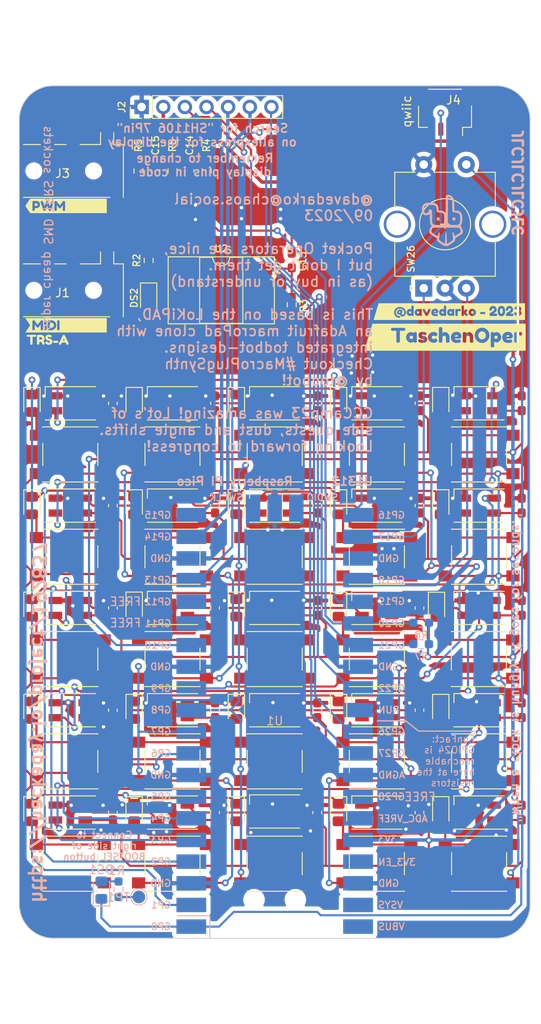
<source format=kicad_pcb>
(kicad_pcb (version 20221018) (generator pcbnew)
  (layers (0 "F.Cu" signal) (31 "B.Cu" signal) (34 "B.Paste" user) (35 "F.Paste" user) (36 "B.SilkS" user "B.Silkscreen") (37 "F.SilkS" user "F.Silkscreen") (38 "B.Mask" user) (39 "F.Mask" user) (44 "Edge.Cuts" user))
  (net 0 "")
  (net 1 "GP1")
  (net 2 "GND")
  (net 3 "GP4")
  (net 4 "GP7")
  (net 5 "GP10")
  (net 6 "GP2")
  (net 7 "GP5")
  (net 8 "GP8")
  (net 9 "GP3")
  (net 10 "GP6")
  (net 11 "GP9")
  (net 12 "Net-(D2-DOUT)")
  (net 13 "Net-(D5-DOUT)")
  (net 14 "Net-(D11-DOUT)")
  (net 15 "+5V")
  (net 16 "Net-(C13-Pad1)")
  (net 17 "Net-(D10-DIN)")
  (net 18 "Net-(C14-Pad1)")
  (net 19 "Net-(C15-Pad2)")
  (net 20 "Net-(D10-DOUT)")
  (net 21 "VCC")
  (net 22 "USBBOOT")
  (net 23 "ROTB")
  (net 24 "ROTA")
  (net 25 "DS_CLK")
  (net 26 "DS_DATA")
  (net 27 "DS_RES")
  (net 28 "DS_DC")
  (net 29 "DS_CS")
  (net 30 "SDA")
  (net 31 "SCL")
  (net 32 "Net-(D12-DOUT)")
  (net 33 "Net-(D13-DOUT)")
  (net 35 "Net-(D15-DOUT)")
  (net 36 "Net-(D16-DOUT)")
  (net 37 "Net-(D17-DOUT)")
  (net 38 "Net-(D18-DOUT)")
  (net 39 "Net-(D19-DOUT)")
  (net 40 "Net-(D20-DOUT)")
  (net 41 "Net-(J1-PadR1)")
  (net 42 "Net-(D21-DOUT)")
  (net 43 "Net-(R1-Pad2)")
  (net 44 "Net-(D23-DOUT)")
  (net 45 "Net-(D24-DOUT)")
  (net 55 "Net-(D1-DOUT)")
  (net 56 "Net-(D1-DIN)")
  (net 57 "Net-(D3-DOUT)")
  (net 58 "Net-(D4-DOUT)")
  (net 59 "Net-(D6-DOUT)")
  (net 60 "Net-(D7-DOUT)")
  (net 61 "Net-(D22-DOUT)")
  (net 62 "Net-(DS1-A)")
  (net 63 "Net-(DS2-K)")
  (net 64 "Net-(DS2-A)")
  (net 65 "Net-(D8-DOUT)")
  (net 66 "Net-(D14-DOUT)")
  (net 68 "Net-(DS3-A)")
  (net 69 "Net-(DS4-A)")
  (net 70 "Net-(DS5-A)")
  (net 71 "Net-(DS6-A)")
  (net 72 "Net-(DS7-A)")
  (net 73 "Net-(DS8-A)")
  (net 74 "Net-(DS9-A)")
  (net 75 "Net-(DS10-A)")
  (net 76 "Net-(DS11-A)")
  (net 77 "Net-(DS12-A)")
  (net 78 "Net-(DS13-A)")
  (net 79 "Net-(DS14-A)")
  (net 80 "Net-(DS15-A)")
  (net 81 "Net-(DS16-A)")
  (net 82 "Net-(DS17-A)")
  (net 83 "Net-(DS18-A)")
  (net 84 "Net-(DS19-A)")
  (net 85 "Net-(DS20-A)")
  (net 86 "Net-(DS21-A)")
  (net 87 "Net-(DS22-A)")
  (net 88 "Net-(DS23-A)")
  (net 89 "Net-(DS24-A)")
  (net 90 "Net-(DS25-A)")
  (net 91 "Net-(DS26-A)")
  (net 92 "Net-(DS27-A)")
  (net 93 "SDA2")
  (net 94 "SCL2")
  (footprint "Capacitor_SMD:C_0603_1608Metric_Pad1.08x0.95mm_HandSolder" (layer "F.Cu") (at 23 85.25 90)
    (fp_text reference "C22" hide)
    (fp_text value "100nF")
  )
  (footprint "Button_Switch_SMD:SW_SPST_PTS645" (layer "F.Cu") (at 54 79.25)
    (fp_text reference "SW20" hide)
    (fp_text value "SW_Push")
  )
  (footprint "kibuzzard-63D676B5" (layer "F.Cu") (at 50.5 26.5)
    (fp_text reference "kibuzzard-63D676B5" hide)
    (fp_text value "G***" hide)
  )
  (footprint "Resistor_SMD:R_0603_1608Metric_Pad0.98x0.95mm_HandSolder" (layer "F.Cu") (at 22 10 90)
    (fp_text reference "R4")
    (fp_text value "220")
  )
  (footprint "LED_SMD:LED_SK6812MINI_PLCC4_3.5x3.5mm_P1.75mm" (layer "F.Cu") (at 54 85.25 180)
    (fp_text reference "D25" hide)
    (fp_text value "WS2812B")
  )
  (footprint "Button_Switch_SMD:SW_SPST_PTS645" (layer "F.Cu") (at 42 43.25)
    (fp_text reference "SW4" hide)
    (fp_text value "SW_Push")
  )
  (footprint "LED_SMD:LED_SK6812MINI_PLCC4_3.5x3.5mm_P1.75mm" (layer "F.Cu") (at 18 61.25 180)
    (fp_text reference "D12" hide)
    (fp_text value "WS2812B")
  )
  (footprint "Button_Switch_SMD:SW_SPST_PTS645" (layer "F.Cu") (at 30 67.25)
    (fp_text reference "SW13" hide)
    (fp_text value "SW_Push")
  )
  (footprint "Capacitor_SMD:C_0603_1608Metric_Pad1.08x0.95mm_HandSolder" (layer "F.Cu") (at 16 10 90)
    (fp_text reference "C15")
    (fp_text value "47uF")
  )
  (footprint "LED_SMD:LED_SK6812MINI_PLCC4_3.5x3.5mm_P1.75mm" (layer "F.Cu") (at 30 49.25 180)
    (fp_text reference "D8" hide)
    (fp_text value "WS2812B")
  )
  (footprint "Package_DIP:DIP-6_W8.89mm_SMDSocket_LongPads" (layer "F.Cu") (at 23.725 24)
    (fp_text reference "U2")
    (fp_text value "H11L1")
  )
  (footprint "LED_SMD:LED_SK6812MINI_PLCC4_3.5x3.5mm_P1.75mm" (layer "F.Cu") (at 30 85.125 180)
    (fp_text reference "D23" hide)
    (fp_text value "WS2812B")
  )
  (footprint "Diode_SMD:D_0805_2012Metric_Pad1.15x1.40mm_HandSolder" (layer "F.Cu") (at 49.5 37.25 -90)
    (fp_text reference "DS7" hide)
    (fp_text value "1N4148")
  )
  (footprint "Capacitor_SMD:C_0603_1608Metric_Pad1.08x0.95mm_HandSolder" (layer "F.Cu") (at 35 37.25 90)
    (fp_text reference "C3" hide)
    (fp_text value "100nF")
  )
  (footprint "Diode_SMD:D_0805_2012Metric_Pad1.15x1.40mm_HandSolder" (layer "F.Cu") (at 37.5 49.25 -90)
    (fp_text reference "DS11" hide)
    (fp_text value "1N4148")
  )
  (footprint "Capacitor_SMD:C_0603_1608Metric_Pad1.08x0.95mm_HandSolder" (layer "F.Cu") (at 35 49.25 90)
    (fp_text reference "C8" hide)
    (fp_text value "100nF")
  )
  (footprint "Diode_SMD:D_0805_2012Metric_Pad1.15x1.40mm_HandSolder" (layer "F.Cu") (at 49 61.275 -90)
    (fp_text reference "DS17" hide)
    (fp_text value "1N4148")
  )
  (footprint "Capacitor_SMD:C_0603_1608Metric_Pad1.08x0.95mm_HandSolder" (layer "F.Cu") (at 35 73.25 90)
    (fp_text reference "C18" hide)
    (fp_text value "100nF")
  )
  (footprint "Diode_SMD:D_0805_2012Metric_Pad1.15x1.40mm_HandSolder" (layer "F.Cu") (at 1.5 37.25 -90)
    (fp_text reference "DS3" hide)
    (fp_text value "1N4148")
  )
  (footprint "Diode_SMD:D_0805_2012Metric_Pad1.15x1.40mm_HandSolder" (layer "F.Cu") (at 37.5 61.25 -90)
    (fp_text reference "DS16" hide)
    (fp_text value "1N4148")
  )
  (footprint "Capacitor_SMD:C_0603_1608Metric_Pad1.08x0.95mm_HandSolder" (layer "F.Cu") (at 47 49.25 90)
    (fp_text reference "C9" hide)
    (fp_text value "100nF")
  )
  (footprint "Diode_SMD:D_0805_2012Metric_Pad1.15x1.40mm_HandSolder" (layer "F.Cu") (at 25.5 85.25 -90)
    (fp_text reference "DS25" hide)
    (fp_text value "1N4148")
  )
  (footprint "Button_Switch_SMD:SW_SPST_PTS645" (layer "F.Cu") (at 18 79.25)
    (fp_text reference "SW17" hide)
    (fp_text value "SW_Push")
  )
  (footprint "LED_SMD:LED_SK6812MINI_PLCC4_3.5x3.5mm_P1.75mm" (layer "F.Cu") (at 54 49.25 180)
    (fp_text reference "D10" hide)
    (fp_text value "WS2812B")
  )
  (footprint "LED_SMD:LED_SK6812MINI_PLCC4_3.5x3.5mm_P1.75mm" (layer "F.Cu") (at 30 61.25 180)
    (fp_text reference "D13" hide)
    (fp_text value "WS2812B")
  )
  (footprint "Button_Switch_SMD:SW_SPST_PTS645" (layer "F.Cu") (at 6 67.25)
    (fp_text reference "SW11" hide)
    (fp_text value "SW_Push")
  )
  (footprint "Button_Switch_SMD:SW_SPST_PTS645" (layer "F.Cu") (at 42 79.25)
    (fp_text reference "SW19" hide)
    (fp_text value "SW_Push")
  )
  (footprint "Button_Switch_SMD:SW_SPST_PTS645" (layer "F.Cu") (at 18 43.25)
    (fp_text reference "SW2" hide)
    (fp_text value "SW_Push")
  )
  (footprint "Diode_SMD:D_0805_2012Metric_Pad1.15x1.40mm_HandSolder" (layer "F.Cu") (at 15.2 25 -90)
    (fp_text reference "DS2")
    (fp_text value "1N4148")
  )
  (footprint "Capacitor_SMD:C_0603_1608Metric_Pad1.08x0.95mm_HandSolder" (layer "F.Cu") (at 11 61.25 90)
    (fp_text reference "C11" hide)
    (fp_text value "100nF")
  )
  (footprint "kibuzzard-63E7EF8E" (layer "F.Cu") (at 3.35 29.8)
    (fp_text reference "kibuzzard-63E7EF8E" hide)
    (fp_text value "G***" hide)
  )
  (footprint "LED_SMD:LED_SK6812MINI_PLCC4_3.5x3.5mm_P1.75mm" (layer "F.Cu") (at 6 37.25 180)
    (fp_text reference "D1" hide)
    (fp_text value "WS2812B")
  )
  (footprint "Diode_SMD:D_0805_2012Metric_Pad1.15x1.40mm_HandSolder" (layer "F.Cu") (at 13.5 49.25 -90)
    (fp_text reference "DS9" hide)
    (fp_text value "1N4148")
  )
  (footprint "LED_SMD:LED_SK6812MINI_PLCC4_3.5x3.5mm_P1.75mm" (layer "F.Cu") (at 6 73.25 180)
    (fp_text reference "D16" hide)
    (fp_text value "WS2812B")
  )
  (footprint "LED_SMD:LED_SK6812MINI_PLCC4_3.5x3.5mm_P1.75mm" (layer "F.Cu") (at 42 85.25 180)
    (fp_text reference "D24" hide)
    (fp_text value "WS2812B")
  )
  (footprint "LED_SMD:LED_SK6812MINI_PLCC4_3.5x3.5mm_P1.75mm" (layer "F.Cu") (at 42 37.25 180)
    (fp_text reference "D4" hide)
    (fp_text value "WS2812B")
  )
  (footprint "LED_SMD:LED_SK6812MINI_PLCC4_3.5x3.5mm_P1.75mm" (layer "F.Cu") (at 54 37.25 180)
    (fp_text reference "D5" hide)
    (fp_text value "WS2812B")
  )
  (footprint "Button_Switch_SMD:SW_SPST_PTS645" (layer "F.Cu") (at 30 55.25)
    (fp_text reference "SW8" hide)
    (fp_text value "SW_Push")
  )
  (footprint "Capacitor_SMD:C_0603_1608Metric_Pad1.08x0.95mm_HandSolder" (layer "F.Cu") (at 32 20.5 90)
    (fp_text reference "C13")
    (fp_text value "100nF")
  )
  (footprint "Resistor_SMD:R_0603_1608Metric_Pad0.98x0.95mm_HandSolder" (layer "F.Cu") (at 18 10 -90)
    (fp_text reference "R6")
    (fp_text value "1.8k")
  )
  (footprint "LED_SMD:LED_SK6812MINI_PLCC4_3.5x3.5mm_P1.75mm" (layer "F.Cu") (at 54 73.25 180)
    (fp_text reference "D20" hide)
    (fp_text value "WS2812B")
  )
  (footprint "Rotary_Encoder:RotaryEncoder_Alps_EC11E-Switch_Vertical_H20mm_CircularMountingHoles" (layer "F.Cu") (at 47.5 23.75 90)
    (fp_text reference "SW26")
    (fp_text value "Rotary_Encoder_Switch")
  )
  (footprint "Capacitor_SMD:C_0603_1608Metric_Pad1.08x0.95mm_HandSolder" (layer "F.Cu") (at 47 85.25 90)
    (fp_text reference "C28" hide)
    (fp_text value "100nF")
  )
  (footprint "LED_SMD:LED_SK6812MINI_PLCC4_3.5x3.5mm_P1.75mm" (layer "F.Cu") (at 18 73.25 180)
    (fp_text reference "D17" hide)
    (fp_text value "WS2812B")
  )
  (footprint "Diode_SMD:D_0805_2012Metric_Pad1.15x1.40mm_HandSolder" (layer "F.Cu") (at 13.5 61.25 -90)
    (fp_text reference "DS14" hide)
    (fp_text value "1N4148")
  )
  (footprint "Capacitor_SMD:C_0603_1608Metric_Pad1.08x0.95mm_HandSolder" (layer "F.Cu") (at 23 61.25 90)
    (fp_text reference "C12" hide)
    (fp_text value "100nF")
  )
  (footprint "Capacitor_SMD:C_0603_1608Metric_Pad1.08x0.95mm_HandSolder" (layer "F.Cu") (at 59 61.25 90)
    (fp_text reference "C23" hide)
    (fp_text value "100nF")
  )
  (footprint "Diode_SMD:D_0805_2012Metric_Pad1.15x1.40mm_HandSolder" (layer "F.Cu") (at 1.5 73.25 -90)
    (fp_text reference "DS18" hide)
    (fp_text value "1N4148")
  )
  (footprint "Capacitor_SMD:C_0603_1608Metric_Pad1.08x0.95mm_HandSolder" (layer "F.Cu") (at 11 73.25 90)
    (fp_text reference "C16" hide)
    (fp_text value "100nF")
  )
  (footprint "Resistor_SMD:R_0603_1608Metric_Pad0.98x0.95mm_HandSolder" (layer "F.Cu") (at 14 10 90)
    (fp_text reference "R5")
    (fp_text value "100")
  )
  (footprint "Resistor_SMD:R_0603_1608Metric_Pad0.98x0.95mm_HandSolder" (layer "F.Cu") (at 15.2 20.5 -90)
    (fp_text reference "R2")
    (fp_text value "220")
  )
  (footprint "Diode_SMD:D_0805_2012Metric_Pad1.15x1.40mm_HandSolder" (layer "F.Cu") (at 37.5 73.25 -90)
    (fp_text reference "DS21" hide)
    (fp_text value "1N4148")
  )
  (footprint "Button_Switch_SMD:SW_SPST_PTS645" (layer "F.Cu") (at 6 43.25)
    (fp_text reference "SW1" hide)
    (fp_text value "SW_Push")
  )
  (footprint "LED_SMD:LED_SK6812MINI_PLCC4_3.5x3.5mm_P1.75mm" (layer "F.Cu") (at 42 61.25 180)
    (fp_text reference "D14" hide)
    (fp_text value "WS2812B")
  )
  (footprint "LED_SMD:LED_SK6812MINI_PLCC4_3.5x3.5mm_P1.75mm" (layer "F.Cu") (at 18 49.25 180)
    (fp_text reference "D7" hide)
    (fp_text value "WS2812B")
  )
  (footprint "Diode_SMD:D_0805_2012Metric_Pad1.15x1.40mm_HandSolder" (layer "F.Cu") (at 37.5 85.25 -90)
    (fp_text reference "DS26" hide)
    (fp_text value "1N4148")
  )
  (footprint "Button_Switch_SMD:SW_SPST_PTS645" (layer "F.Cu") (at 18 67.25)
    (fp_text reference "SW12" hide)
    (fp_text value "SW_Push")
  )
  (footprint "Capacitor_SMD:C_0603_1608Metric_Pad1.08x0.95mm_HandSolder" (layer "F.Cu") (at 47 73.25 90)
    (fp_text reference "C19" hide)
    (fp_text value "100nF")
  )
  (footprint "Diode_SMD:D_0805_2012Metric_Pad1.15x1.40mm_HandSolder" (layer "F.Cu") (at 13.5 73.25 -90)
    (fp_text reference "DS19" hide)
    (fp_text value "1N4148")
  )
  (footprint "Button_Switch_SMD:SW_SPST_PTS645" (layer "F.Cu") (at 6 79.25)
    (fp_text reference "SW16" hide)
    (fp_text value "SW_Push")
  )
  (footprint "Button_Switch_SMD:SW_SPST_PTS645" (layer "F.Cu") (at 54 43.25)
    (fp_text reference "SW5" hide)
    (fp_text value "SW_Push")
  )
  (footprint "LED_SMD:LED_SK6812MINI_PLCC4_3.5x3.5mm_P1.75mm" (layer "F.Cu") (at 42 49.25 180)
    (fp_text reference "D9" hide)
    (fp_text value "WS2812B")
  )
  (footprint "Diode_SMD:D_0805_2012Metric_Pad1.15x1.40mm_HandSolder" (layer "F.Cu") (at 13.5 85.25 -90)
    (fp_text reference "DS24" hide)
    (fp_text value "1N4148")
  )
  (footprint "kibuzzard-6504AD62" (layer "F.Cu") (at 50 29.5)
    (fp_text reference "kibuzzard-6504AD62" hide)
    (fp_text value "G***" hide)
  )
  (footprint "Diode_SMD:D_0805_2012Metric_Pad1.15x1.40mm_HandSolder" (layer "F.Cu") (at 1.5 85.25 -90)
    (fp_text reference "DS23" hide)
    (fp_text value "1N4148")
  )
  (footprint "LED_SMD:LED_SK6812MINI_PLCC4_3.5x3.5mm_P1.75mm" (layer "F.Cu") (at 6 85.25 180)
    (fp_text reference "D21" hide)
    (fp_text value "WS2812B")
  )
  (footprint "Button_Switch_SMD:SW_SPST_PTS645" (layer "F.Cu") (at 6 55.25)
    (fp_text reference "SW6" hide)
    (fp_text value "SW_Push")
  )
  (footprint "Button_Switch_SMD:SW_SPST_PTS645" (layer "F.Cu") (at 54 91.25)
    (fp_text reference "SW25" hide)
    (fp_text value "SW_Push")
  )
  (footprint "Capacitor_SMD:C_0603_1608Metric_Pad1.08x0.95mm_HandSolder" (layer "F.Cu") (at 23 73.25 90)
    (fp_text reference "C17" hide)
    (fp_text value "100nF")
  )
  (footprint "Diode_SMD:D_0805_2012Metric_Pad1.15x1.40mm_HandSolder" (layer "F.Cu") (at 25.5 61.25 -90)
    (fp_text reference "DS15" hide)
    (fp_text value "1N4148")
  )
  (footprint "Capacitor_SMD:C_0603_1608Metric_Pad1.08x0.95mm_HandSolder" (layer "F.Cu") (at 11 49.25 90)
    (fp_text reference "C6" hide)
    (fp_text value "100nF")
  )
  (footprint "Diode_SMD:D_0805_2012Metric_Pad1.15x1.40mm_HandSolder" (layer "F.Cu") (at 25.5 73.25 -90)
    (fp_text reference "DS20" hide)
    (fp_text value "1N4148")
  )
  (footprint "davedarko:Jack_3.5mm_PJ320D_Horizontal" (layer "F.Cu") (at 6.5 24)
    (fp_text reference "J1")
    (fp_text value "AudioJack4")
  )
  (footprint "Connector_JST:JST_SH_SM04B-SRSS-TB_1x04-1MP_P1.00mm_Horizontal" (layer "F.Cu") (at 50 3.1 180)
    (fp_text reference "J4")
    (fp_text value "Conn_01x04_Socket")
  )
  (footprint "Capacitor_SMD:C_0603_1608Metric_Pad1.08x0.95mm_HandSolder" (layer "F.Cu") (at 35 61.25 90)
    (fp_text reference "C26" hide)
    (fp_text value "100nF")
  )
  (footprint "Capacitor_SMD:C_0603_1608Metric_Pad1.08x0.95mm_HandSolder" (layer "F.Cu") (at 23 49.25 90)
    (fp_text reference "C7" hide)
    (fp_text value "100nF")
  )
  (footprint "Diode_SMD:D_0805_2012Metric_Pad1.15x1.40mm_HandSolder" (layer "F.Cu") (at 1.5 61.25 -90)
    (fp_text reference "DS13" hide)
    (fp_text value "1N4148")
  )
  (footprint "Diode_SMD:D_0805_2012Metric_Pad1.15x1.40mm_HandSolder" (layer "F.Cu") (at 1.5 49.25 -90)
    (fp_text reference "DS8" hide)
    (fp_text value "1N4148")
  )
  (footprint "LED_SMD:LED_SK6812MINI_PLCC4_3.5x3.5mm_P1.75mm" (layer "F.Cu") (at 18 85.25 180)
    (fp_text reference "D22" hide)
    (fp_text value "WS2812B")
  )
  (footprint "Button_Switch_SMD:SW_SPST_PTS645" (layer "F.Cu") (at 6 91.25)
    (fp_text reference "SW21" hide)
    (fp_text value "SW_Push")
  )
  (footprint "Diode_SMD:D_0805_2012Metric_Pad1.15x1.40mm_HandSolder" (layer "F.Cu") (at 49.5 85.25 -90)
    (fp_text reference "DS27" hide)
    (fp_text value "1N4148")
  )
  (footprint "LED_SMD:LED_SK6812MINI_PLCC4_3.5x3.5mm_P1.75mm" (layer "F.Cu") (at 42 73.25 180)
    (fp_text reference "D19" hide)
    (fp_text value "WS2812B")
  )
  (footprint "Capacitor_SMD:C_0603_1608Metric_Pad1.08x0.95mm_HandSolder" (layer "F.Cu") (at 59 37.25 90)
    (fp_text reference "C5" hide)
    (fp_text value "100nF")
  )
  (footprint "LED_SMD:LED_SK6812MINI_PLCC4_3.5x3.5mm_P1.75mm" (layer "F.Cu") (at 30 73.25 180)
    (fp_text reference "D18" hide)
    (fp_text value "WS2812B")
  )
  (footprint "Diode_SMD:D_0805_2012Metric_Pad1.15x1.40mm_HandSolder" (layer "F.Cu") (at 25.5 49.225 -90)
    (fp_text reference "DS10" hide)
    (fp_text value "1N4148")
  )
  (footprint "LED_SMD:LED_SK6812MINI_PLCC4_3.5x3.5mm_P1.75mm" (layer "F.Cu") (at 6 49.25 180)
    (fp_text reference "D6" hide)
    (fp_text value "WS2812B")
  )
  (footprint "Capacitor_SMD:C_0603_1608Metric_Pad1.08x0.95mm_HandSolder" (layer "F.Cu") (at 59 73.25 90)
    (fp_text reference "C20" hide)
    (fp_text value "100nF")
  )
  (footprint "kibuzzard-63D67702" (layer "F.Cu") (at 5.5 14.1)
    (fp_text reference "kibuzzard-63D67702" hide)
    (fp_text value "G***" hide)
  )
  (footprint "Button_Switch_SMD:SW_SPST_PTS645" (layer "F.Cu") (at 30 91.25)
    (fp_text reference "SW23" hide)
    (fp_text value "SW_Push")
  )
  (footprint "Capacitor_SMD:C_0603_1608Metric_Pad1.08x0.95mm_HandSolder" (layer "F.Cu") (at 20 10 -90)
    (fp_text reference "C14")
    (fp_text value "100nF")
  )
  (footprint "Button_Switch_SMD:SW_SPST_PTS645" (layer "F.Cu") (at 42 55.25)
    (fp_text reference "SW9" hide)
    (fp_text value "SW_Push")
  )
  (footprint "kibuzzard-63D67711" (layer "F.Cu") (at 5.5 28.1)
    (fp_text reference "kibuzzard-63D67711" hide)
    (fp_text value "G***" hide)
  )
  (footprint "Diode_SMD:D_0805_2012Metric_Pad1.15x1.40mm_HandSolder" (layer "F.Cu") (at 25.5 37.25 -90)
    (fp_text reference "DS5" hide)
    (fp_text value "1N4148")
  )
  (footprint "Button_Switch_SMD:SW_SPST_PTS645" (layer "F.Cu") (at 30 43.25)
    (fp_text reference "SW3" hide)
    (fp_text value "SW_Push")
  )
  (footprint "Capacitor_SMD:C_0603_1608Metric_Pad1.08x0.95mm_HandSolder" (layer "F.Cu") (at 59 85.25 90)
    (fp_text reference "C25" hide)
    (fp_text value "100nF")
  )
  (footprint "Button_Switch_SMD:SW_SPST_PTS645" (layer "F.Cu") (at 42 67.25)
    (fp_text reference "SW14" hide)
    (fp_text value "SW_Push")
  )
  (footprint "Capacitor_SMD:C_0603_1608Metric_Pad1.08x0.95mm_HandSolder" (layer "F.Cu") (at 47 37.25 90)
    (fp_text reference "C4" hide)
    (fp_text value "100nF")
  )
  (footprint "Button_Switch_SMD:SW_SPST_PTS645" (layer "F.Cu") (at 18 55.25)
    (fp_text reference "SW7" hide)
    (fp_text value "SW_Push")
  )
  (footprint "LED_SMD:LED_SK6812MINI_PLCC4_3.5x3.5mm_P1.75mm" (layer "F.Cu") (at 6 61.25 180)
    (fp_text reference "D11" hide)
    (fp_text value "WS2812B")
  )
  (footprint "Button_Switch_SMD:SW_SPST_PTS645" (layer "F.Cu") (at 54 55.25)
    (fp_text reference "SW10" hide)
    (fp_text value "SW_Push")
  )
  (footprint "Diode_SMD:D_0805_2012Metric_Pad1.15x1.40mm_HandSolder" (layer "F.Cu") (at 37.5 37.25 -90)
    (fp_text reference "DS6" hide)
    (fp_text value "1N4148")
  )
  (footprint "Button_Switch_SMD:SW_SPST_PTS645" (layer "F.Cu") (at 30 79.25)
    (fp_text reference "SW18" hide)
    (fp_text value "SW_Push")
  )
  (footprint "Diode_SMD:D_0805_2012Metric_Pad1.15x1.40mm_HandSolder" (layer "F.Cu") (at 13.5 37.25 -90)
    (fp_text reference "DS4" hide)
    (fp_text value "1N4148")
  )
  (footprint "Diode_SMD:D_0805_2012Metric_Pad1.15x1.40mm_HandSolder" (layer "F.Cu") (at 49.5 49.25 -90)
    (fp_text reference "DS12" hide)
    (fp_text value "1N4148")
  )
  (footprint "Capacitor_SMD:C_0603_1608Metric_Pad1.08x0.95mm_HandSolder" (layer "F.Cu") (at 23 37.25 90)
    (fp_text reference "C2" hide)
    (fp_text value "100nF")
  )
  (footprint "Capacitor_SMD:C_0603_1608Metric_Pad1.08x0.95mm_HandSolder" (layer "F.Cu") (at 11 37.25 90)
    (fp_text reference "C1" hide)
    (fp_text value "100nF")
  )
  (footprint "Capacitor_SMD:C_0603_1608Metric_Pad1.08x0.95mm_HandSolder" (layer "F.Cu") (at 11 85.25 90)
    (fp_text reference "C21" hide)
    (fp_text value "100nF")
  )
  (footprint "Capacitor_SMD:C_0603_1608Metric_Pad1.08x0.95mm_HandSolder" (layer "F.Cu") (at 59 49.25 90)
    (fp_text reference "C10" hide)
    (fp_text value "100nF")
  )
  (footprint "LED_SMD:LED_SK6812MINI_PLCC4_3.5x3.5mm_P1.75mm" (layer "F.Cu") (at 18 37.25 180)
    (fp_text reference "D2" hide)
    (fp_text value "WS2812B")
  )
  (footprint "davedarko:Jack_3.5mm_PJ320D_Horizontal" (layer "F.Cu") (at 6.5 10)
    (fp_text reference "J3")
    (fp_text value "AudioJack4")
  )
  (footprint "Button_Switch_SMD:SW_SPST_PTS645" (layer "F.Cu") (at 18 91.25)
    (fp_text reference "SW22" hide)
    (fp_text value "SW_Push")
  )
  (footprint "Capacitor_SMD:C_0603_1608Metric_Pad1.08x0.95mm_HandSolder" (layer "F.Cu") (at 35 85.25 90)
    (fp_text reference "C24" hide)
    (fp_text value "100nF")
  )
  (footprint "Button_Switch_SMD:SW_SPST_PTS645" (layer "F.Cu") (at 42 91.25)
    (fp_text reference "SW24" hide)
    (fp_text value "SW_Push")
  )
  (footprint "Diode_SMD:D_0805_2012Metric_Pad1.15x1.40mm_HandSolder" (layer "F.Cu") (at 49.5 73.25 -90)
    (fp_text reference "DS22" hide)
    (fp_text value "1N4148")
  )
  (footprint "LED_SMD:LED_SK6812MINI_PLCC4_3.5x3.5mm_P1.75mm" (layer "F.Cu") (at 30 37.25 180)
    (fp_text reference "D3" hide)
    (fp_text value "WS2812B")
  )
  (footprint "Connector_PinHeader_2.54mm:PinHeader_1x07_P2.54mm_Vertical" (layer "F.Cu") (at 14.375 2.5 90)
    (fp_text reference "J2")
    (fp_text value "Conn_01x07_Female")
  )
  (footprint "Resistor_SMD:R_0603_1608Metric_Pad0.98x0.95mm_HandSolder" (layer "F.Cu") (at 32 25.7 90)
    (fp_text reference "R3")
    (fp_text value "4.7k")
  )
  (footprint "LED_SMD:LED_SK6812MINI_PLCC4_3.5x3.5mm_P1.75mm" (layer "F.Cu") (at 54 61.25 180)
    (fp_text reference "D15" hide)
    (fp_text value "WS2812B")
  )
  (footprint "Capacitor_SMD:C_0603_1608Metric_Pad1.08x0.95mm_HandSolder" (layer "F.Cu") (at 47 61.275 90)
    (fp_text reference "C27" hide)
    (fp_text value "100nF")
  )
  (footprint "Button_Switch_SMD:SW_SPST_PTS645" (layer "F.Cu") (at 53.975 67.25)
    (fp_text reference "SW15" hide)
    (fp_text value "SW_Push")
  )
  (footprint "Resistor_SMD:R_0603_1608Metric_Pad0.98x0.95mm_HandSolder" (layer "B.Cu") (at 11.6625 94.25 -90)
    (fp_text reference "R1")
    (fp_text value "220")
  )
  (footprint "Resistor_SMD:R_0603_1608Metric_Pad0.98x0.95mm_HandSolder" (layer "B.Cu") (at 47.2 62.99)
    (fp_text reference "R8")
    (fp_text value "4.7k")
  )
  (footprint "Resistor_SMD:R_0603_1608Metric_Pad0.98x0.95mm_HandSolder" (layer "B.Cu") (at 47.2 65.5)
    (fp_text reference "R7")
    (fp_text value "4.7k")
  )
  (footprint "Diode_SMD:D_0805_2012Metric_Pad1.15x1.40mm_HandSolder" (layer "B.Cu") (at 9.65 94.35 90)
    (fp_text reference "DS1")
    (fp_text value "1N4148")
  )
  (footprint "TestPoint:TestPoint_Pad_D1.5mm" (layer "B.Cu") (at 14.05 95.15 180)
    (fp_text reference "TP1")
    (fp_text value "BOOTSEL")
  )
  (footprint "davedarko:davedarko_logo_silk_outline" (layer "B.Cu") (at 49.7 15.8 180)
    (fp_text reference "Ref**" hide)
    (fp_text value "Val**" hide)
  )
  (footprint "davedarko:RPi_Pico_SMD" (layer "B.Cu") (at 30 74.5)
    (fp_text reference "U1")
    (fp_text value "Pico")
  )
  (gr_line (start 45.4 74.5) (end 46.9 75.7) (stroke (width 0.15)) (layer "B.SilkS"))
  (gr_line (start 42.1 74.5) (end 45.4 74.5) (stroke (width 0.15)) (layer "B.SilkS"))
  (gr_line (start 46.9 75.7) (end 53.5 75.7) (stroke (width 0.15)) (layer "B.SilkS"))
  (gr_arc (start 56 0) (mid 58.828427 1.171573) (end 60 4) (stroke (width 0.1)) (layer "Edge.Cuts"))
  (gr_line (start 56 0) (end 4 0) (stroke (width 0.1)) (layer "Edge.Cuts"))
  (gr_arc (start 60 96) (mid 58.827987 98.827987) (end 56 100) (stroke (width 0.1)) (layer "Edge.Cuts"))
  (gr_line (start 60 4) (end 60 96) (stroke (width 0.1)) (layer "Edge.Cuts"))
  (gr_arc (start 4 100) (mid 1.174503 98.825496) (end 0 96) (stroke (width 0.1)) (layer "Edge.Cuts"))
  (gr_arc (start 0 4) (mid 1.171573 1.171573) (end 4 0) (stroke (width 0.1)) (layer "Edge.Cuts"))
  (gr_line (start 0 4) (end 0 96) (stroke (width 0.1)) (layer "Edge.Cuts"))
  (gr_line (start 56 100) (end 4 100) (stroke (width 0.1)) (layer "Edge.Cuts"))
  (gr_text "Search for {dblquote}SH1106 7Pin{dblquote}\non aliexpress for the display" (at 21.5 5.8) (layer "B.SilkS") (effects (font (size 1 1) (thickness 0.2)) (justify mirror)))
  (gr_text "FREE" (at 49 84) (layer "B.SilkS") (effects (font (size 1 1)) (justify left bottom mirror)))
  (gr_text "FunFact:\nGPIO24 is\nreachable\nhere at the\nresistors" (at 53.6 79.2) (layer "B.SilkS") (effects (font (size 0.8 0.8) (thickness 0.12)) (justify left mirror)))
  (gr_text "@davedarko@chaos.social\n09/2023\n\nPocket Operators are nice,\nbut I don't get them.\n(as in buy or understand)\n\nThis is based on the LoKiPAD,\nan Adafruit macroPad clone with \nintegrated todbot-designs.\nCheckout #MacroPlugSynth\nby @todbot!\n\nCCCamp23 was amazing! Lot's of\nside quests, dust and angle shifts.\nLooking forward to congress!" (at 41.7 27.8) (layer "B.SilkS") (effects (font (size 1.2 1.2) (thickness 0.2)) (justify left mirror)))
  (gr_text "JLCJLCJLCJLC" (at 58.6 11.4 90) (layer "B.SilkS") (effects (font (size 1.2 1.2) (thickness 0.3)) (justify mirror)))
  (gr_text "FREE" (at 14.4 63.6) (layer "B.SilkS") (effects (font (size 1 1)) (justify left bottom mirror)))
  (gr_text "{dblquote}When a clock is hungry, it goes for seconds.{dblquote}" (at 58.4 86.5 270) (layer "B.SilkS") (effects (font (size 1 1) (thickness 0.2)) (justify left mirror)))
  (gr_text "Remember to change\ndisplay pins in code" (at 21.8 9.3) (layer "B.SilkS") (effects (font (size 1 1) (thickness 0.2)) (justify mirror)))
  (gr_text "super cheap SMD TRRS sockets" (at 3.4 16.7 270) (layer "B.SilkS") (effects (font (size 1 1)) (justify mirror)))
  (gr_text "Raspberry PI Pico" (at 25.3 46.4) (layer "B.SilkS") (effects (font (size 1 1) (thickness 0.2)) (justify mirror)))
  (gr_text "U1312" (at 39.1 46.4) (layer "B.SilkS") (effects (font (size 1 1) (thickness 0.2)) (justify mirror)))
  (gr_text "Connect to\nright side of\nBOOTSEL button" (at 10 89.15) (layer "B.SilkS") (effects (font (size 0.8 0.8)) (justify mirror)))
  (gr_text "https://hackaday.io/project/192837" (at 2.3 96 270) (layer "B.SilkS") (effects (font (size 1.5 1.5) (thickness 0.3)) (justify left mirror)))
  (gr_text "FREE" (at 14.4 61.1) (layer "B.SilkS") (effects (font (size 1 1)) (justify left bottom mirror)))
  (gr_text "qwiic" (at 46.1 5 90) (layer "F.SilkS") (effects (font (size 1 1)) (justify left bottom)))
  (segment (start 24.8 35.525) (end 25.5 36.225) (width 0.25) (layer "F.Cu") (net 1))
  (segment (start 14.2 35.525) (end 24.8 35.525) (width 0.25) (layer "F.Cu") (net 1))
  (segment (start 1.5 36.225) (end 2.2 35.525) (width 0.25) (layer "F.Cu") (net 1))
  (segment (start 12.8 35.525) (end 13.5 36.225) (width 0.25) (layer "F.Cu") (net 1))
  (segment (start 49.5 36.225) (end 48.8 35.525) (width 0.25) (layer "F.Cu") (net 1))
  (segment (start 26.2 35.525) (end 36.8 35.525) (width 0.25) (layer "F.Cu") (net 1))
  (segment (start 48.8 35.525) (end 38.2 35.525) (width 0.25) (layer "F.Cu") (net 1))
  (segment (start 13.5 36.225) (end 14.2 35.525) (width 0.25) (layer "F.Cu") (net 1))
  (segment (start 25.5 36.225) (end 26.2 35.525) (width 0.25) (layer "F.Cu") (net 1))
  (segment (start 38.2 35.525) (end 37.5 36.225) (width 0.25) (layer "F.Cu") (net 1))
  (segment (start 2.2 35.525) (end 12.8 35.525) (width 0.25) (layer "F.Cu") (net 1))
  (segment (start 36.8 35.525) (end 37.5 36.225) (width 0.25) (layer "F.Cu") (net 1))
  (segment (start 1.5 36.225) (end 1.5 34.5) (width 0.25) (layer "F.Cu") (net 1))
  (via (at 1.5 34.5) (size 0.8) (drill 0.4) (layers "F.Cu" "B.Cu") (net 1))
  (segment (start 21.11 96.09) (end 17.09 96.09) (width 0.25) (layer "B.Cu") (net 1))
  (segment (start 17.09 96.09) (end 16 95) (width 0.25) (layer "B.Cu") (net 1))
  (segment (start 16 95) (end 16 93) (width 0.25) (layer "B.Cu") (net 1))
  (segment (start 3 92) (end 1.5 90.5) (width 0.25) (layer "B.Cu") (net 1))
  (segment (start 15 92) (end 3 92) (width 0.25) (layer "B.Cu") (net 1))
  (segment (start 15 92) (end 16 93) (width 0.25) (layer "B.Cu") (net 1))
  (segment (start 1.5 90.5) (end 1.5 34.5) (width 0.25) (layer "B.Cu") (net 1))
  (segment (start 14.9 72.4) (end 16.225 72.4) (width 0.25) (layer "F.Cu") (net 2))
  (segment (start 40.225 36.4) (end 40.25 36.375) (width 0.25) (layer "F.Cu") (net 2))
  (segment (start 14.925 60.375) (end 14.9 60.4) (width 0.25) (layer "F.Cu") (net 2))
  (segment (start 35 72.3875) (end 33.4125 72.3875) (width 0.25) (layer "F.Cu") (net 2))
  (segment (start 40.25 60.375) (end 42.225 60.375) (width 0.25) (layer "F.Cu") (net 2))
  (segment (start 59 84.3875) (end 57.8125 84.3875) (width 0.25) (layer "F.Cu") (net 2))
  (segment (start 50.925 48.375) (end 50.9 48.4) (width 0.25) (layer "F.Cu") (net 2))
  (segment (start 57.8125 84.3875) (end 57.6 84.6) (width 0.25) (layer "F.Cu") (net 2))
  (segment (start 26.875 60.375) (end 26.85 60.35) (width 0.25) (layer "F.Cu") (net 2))
  (segment (start 38.9 36.4) (end 40.225 36.4) (width 0.25) (layer "F.Cu") (net 2))
  (segment (start 29 47.625) (end 28.25 48.375) (width 0.25) (layer "F.Cu") (net 2))
  (segment (start 16.225 36.4) (end 16.25 36.375) (width 0.25) (layer "F.Cu") (net 2))
  (segment (start 52.25 48.375) (end 50.925 48.375) (width 0.25) (layer "F.Cu") (net 2))
  (segment (start 28.25 60.375) (end 26.875 60.375) (width 0.25) (layer "F.Cu") (net 2))
  (segment (start 42.225 60.375) (end 42.3 60.45) (width 0.25) (layer "F.Cu") (net 2))
  (segment (start 16.225 72.4) (end 16.25 72.375) (width 0.25) (layer "F.Cu") (net 2))
  (segment (start 28.225 36.4) (end 28.25 36.375) (width 0.25) (layer "F.Cu") (net 2))
  (segment (start 33.4125 72.3875) (end 33.4 72.4) (width 0.25) (layer "F.Cu") (net 2))
  (segment (start 50.975 36.375) (end 50.9 36.3) (width 0.25) (layer "F.Cu") (net 2))
  (segment (start 34.2375 47.625) (end 29 47.625) (width 0.25) (layer "F.Cu") (net 2))
  (segment (start 26.8 36.4) (end 28.225 36.4) (width 0.25) (layer "F.Cu") (net 2))
  (segment (start 52.25 36.375) (end 50.975 36.375) (width 0.25) (layer "F.Cu") (net 2))
  (segment (start 35 48.3875) (end 34.2375 47.625) (width 0.25) (layer "F.Cu") (net 2))
  (segment (start 16.25 60.375) (end 14.925 60.375) (width 0.25) (layer "F.Cu") (net 2))
  (segment (start 14.9 36.4) (end 16.225 36.4) (width 0.25) (layer "F.Cu") (net 2))
  (via (at 41.7 36.4) (size 0.8) (drill 0.4) (layers "F.Cu" "B.Cu") (net 2))
  (via (at 29.65 60.35) (size 0.8) (drill 0.4) (layers "F.Cu" "B.Cu") (net 2))
  (via (at 5.7 48.4) (size 0.8) (drill 0.4) (layers "F.Cu" "B.Cu") (net 2))
  (via (at 20.7 15.7) (size 0.8) (drill 0.4) (layers "F.Cu" "B.Cu") (net 2))
  (via (at 17.7 36.4) (size 0.8) (drill 0.4) (layers "F.Cu" "B.Cu") (net 2))
  (via (at 12 36.4) (size 0.8) (drill 0.4) (layers "F.Cu" "B.Cu") (net 2))
  (via (at 9.9 48.4) (size 0.8) (drill 0.4) (layers "F.Cu" "B.Cu") (net 2))
  (via (at 21.9 36.4) (size 0.8) (drill 0.4) (layers "F.Cu" "B.Cu") (net 2))
  (via (at 41.5 33.6) (size 0.8) (drill 0.4) (layers "F.Cu" "B.Cu") (net 2))
  (via (at 46 36.4) (size 0.8) (drill 0.4) (layers "F.Cu" "B.Cu") (net 2))
  (via (at 45.7 84.45) (size 0.8) (drill 0.4) (layers "F.Cu" "B.Cu") (net 2))
  (via (at 27.2 87.6) (size 0.8) (drill 0.4) (layers "F.Cu" "B.Cu") (net 2))
  (via (at 39.1 31.7) (size 0.8) (drill 0.4) (layers "F.Cu" "B.Cu") (net 2))
  (via (at 45.85 72.4) (size 0.8) (drill 0.4) (layers "F.Cu" "B.Cu") (net 2))
  (via (at 9.9 60.4) (size 0.8) (drill 0.4) (layers "F.Cu" "B.Cu") (net 2))
  (via (at 44 54.3) (size 0.8) (drill 0.4) (layers "F.Cu" "B.Cu") (net 2))
  (via (at 38.9 36.4) (size 0.8) (drill 0.4) (layers "F.Cu" "B.Cu") (net 2))
  (via (at 57.2 87.3) (size 0.8) (drill 0.4) (layers "F.Cu" "B.Cu") (net 2))
  (via (at 7.2 87.6) (size 0.8) (drill 0.4) (layers "F.Cu" "B.Cu") (net 2))
  (via (at 53.9 84.4) (size 0.8) (drill 0.4) (layers "F.Cu" "B.Cu") (net 2))
  (via (at 29.8 72.35) (size 0.8) (drill 0.4) (layers "F.Cu" "B.Cu") (net 2))
  (via (at 45.8 60.4) (size 0.8) (drill 0.4) (layers "F.Cu" "B.Cu") (net 2))
  (via (at 17.3 87.5) (size 0.8) (drill 0.4) (layers "F.Cu" "B.Cu") (net 2))
  (via (at 41.5 31.6) (size 0.8) (drill 0.4) (layers "F.Cu" "B.Cu") (net 2))
  (via (at 14.9 36.4) (size 0.8) (drill 0.4) (layers "F.Cu" "B.Cu") (net 2))
  (via (at 42.3 60.45) (size 0.8) (drill 0.4) (layers "F.Cu" "B.Cu") (net 2))
  (via (at 29.75 84.25) (size 0.8) (drill 0.4) (layers "F.Cu" "B.Cu") (net 2))
  (via (at 9.9 75.2) (size 0.8) (drill 0.4) (layers "F.Cu" "B.Cu") (net 2))
  (via (at 53.9 59.5) (size 0.8) (drill 0.4) (layers "F.Cu" "B.Cu") (net 2))
  (via (at 30.7 14.5) (size 0.8) (drill 0.4) (layers "F.Cu" "B.Cu") (net 2))
  (via (at 24.05 84.4) (size 0.8) (drill 0.4) (layers "F.Cu" "B.Cu") (net 2))
  (via (at 33.4 72.4) (size 0.8) (drill 0.4) (layers "F.Cu" "B.Cu") (net 2))
  (via (at 26.8 36.4) (size 0.8) (drill 0.4) (layers "F.Cu" "B.Cu") (net 2))
  (via (at 21.8 48.4) (size 0.8) (drill 0.4) (layers "F.Cu" "B.Cu") (net 2))
  (via (at 42.6 54.3) (size 0.8) (drill 0.4) (layers "F.Cu" "B.Cu") (net 2))
  (via (at 6.1 87) (size 0.8) (drill 0.4) (layers "F.Cu" "B.Cu") (net 2))
  (via (at 9.85 84.4) (size 0.8) (drill 0.4) (layers "F.Cu" "B.Cu") (net 2))
  (via (at 46 48.4) (size 0.8) (drill 0.4) (layers "F.Cu" "B.Cu") (net 2))
  (via (at 12.1 84.35) (size 0.8) (drill 0.4) (layers "F.Cu" "B.Cu") (net 2))
  (via (at 17.8 48.3) (size 0.8) (drill 0.4) (layers "F.Cu" "B.Cu") (net 2))
  (via (at 42.2 72.4) (size 0.8) (drill 0.4) (layers "F.Cu" "B.Cu") (net 2))
  (via (at 29.2 52.1) (size 0.8) (drill 0.4) (layers "F.Cu" "B.Cu") (net 2))
  (via (at 15.8 87.6) (size 0.8) (drill 0.4) (layers "F.Cu" "B.Cu") (net 2))
  (via (at 33.4 36.4) (size 0.8) (drill 0.4) (layers "F.Cu" "B.Cu") (net 2))
  (via (at 26.85 60.35) (size 0.8) (drill 0.4) (layers "F.Cu" "B.Cu") (net 2))
  (via (at 30.7 15.6) (size 0.8) (drill 0.4) (layers "F.Cu" "B.Cu") (net 2))
  (via (at 29.7 36.3) (size 0.8) (drill 0.4) (layers "F.Cu" "B.Cu") (net 2))
  (via (at 5.75 72.35) (size 0.8) (drill 0.4) (layers "F.Cu" "B.Cu") (net 2))
  (via (at 33.8 84.4) (size 0.8) (drill 0.4) (layers "F.Cu" "B.Cu") (net 2))
  (via (at 41.7 48.4) (size 0.8) (drill 0.4) (layers "F.Cu" "B.Cu") (net 2))
  (via (at 14.9 72.4) (size 0.8) (drill 0.4) (layers "F.Cu" "B.Cu") (net 2))
  (via (at 30.9 52.1) (size 0.8) (drill 0.4) (layers "F.Cu" "B.Cu") (net 2))
  (via (at 42.1 84.7) (size 0.8) (drill 0.4) (layers "F.Cu" "B.Cu") (net 2))
  (via (at 33.4 60.35) (size 0.8) (drill 0.4) (layers "F.Cu" "B.Cu") (net 2))
  (via (at 6.3 61) (size 0.8) (drill 0.4) (layers "F.Cu" "B.Cu") (net 2))
  (via (at 6.1 84.4) (size 0.8) (drill 0.4) (layers "F.Cu" "B.Cu") (net 2))
  (via (at 14.9 60.4) (size 0.8) (drill 0.4) (layers "F.Cu" "B.Cu") (net 2))
  (via (at 48.1 84.3) (size 0.8) (drill 0.4) (layers "F.Cu" "B.Cu") (net 2))
  (via (at 5.7 36.4) (size 0.8) (drill 0.4) (layers "F.Cu" "B.Cu") (net 2))
  (via (at 9.6 87.3) (size 0.8) (drill 0.4) (layers "F.Cu" "B.Cu") (net 2))
  (via (at 53.7 72.25) (size 0.8) (drill 0.4) (layers "F.Cu" "B.Cu") (net 2))
  (via (at 9.9 72.4) (size 0.8) (drill 0.4) (layers "F.Cu" "B.Cu") (net 2))
  (via (at 50.9 48.4) (size 0.8) (drill 0.4) (layers "F.Cu" "B.Cu") (net 2))
  (via (at 56 87.9) (size 0.8) (drill 0.4) (layers "F.Cu" "B.Cu") (net 2))
  (via (at 2.9 36.4) (size 0.8) (drill 0.4) (layers "F.Cu" "B.Cu") (net 2))
  (via (at 24.1 60.4) (size 0.8) (drill 0.4) (layers "F.Cu" "B.Cu") (net 2))
  (via (at 51.1 87.4) (size 0.8) (drill 0.4) (layers "F.Cu" "B.Cu") (net 2))
  (via (at 26.1 15.6) (size 0.8) (drill 0.4) (layers "F.Cu" "B.Cu") (net 2))
  (via (at 45.4 87.2) (size 0.8) (drill 0.4) (layers "F.Cu" "B.Cu") (net 2))
  (via (at 52.6 59.3) (size 0.8) (drill 0.4) (layers "F.Cu" "B.Cu") (net 2))
  (via (at 26.1 14.3) (size 0.8) (drill 0.4) (layers "F.Cu" "B.Cu") (net 2))
  (via (at 34.2 87.4) (size 0.8) (drill 0.4) (layers "F.Cu" "B.Cu") (net 2))
  (via (at 50.9 36.3) (size 0.8) (drill 0.4) (layers "F.Cu" "B.Cu") (net 2))
  (via (at 20.7 14) (size 0.8) (drill 0.4) (layers "F.Cu" "B.Cu") (net 2))
  (via (at 9.9 36.4) (size 0.8) (drill 0.4) (layers "F.Cu" "B.Cu") (net 2))
  (via (at 53.6 36.4) (size 0.8) (drill 0.4) (layers "F.Cu" "B.Cu") (net 2))
  (via (at 42.2 73.35) (size 0.8) (drill 0.4) (layers "F.Cu" "B.Cu") (net 2))
  (via (at 24.2 72.4) (size 0.8) (drill 0.4) (layers "F.Cu" "B.Cu") (net 2))
  (via (at 17.65 84.4) (size 0.8) (drill 0.4) (layers "F.Cu" "B.Cu") (net 2))
  (via (at 39 33.7) (size 0.8) (drill 0.4) (layers "F.Cu" "B.Cu") (net 2))
  (segment (start 5.75 72.35) (end 5.75 76.55) (width 0.25) (layer "B.Cu") (net 2))
  (segment (start 23.855 72.055) (end 15.245 72.055) (width 0.25) (layer "B.Cu") (net 2))
  (segment (start 5.75 76.55) (end 6.1 76.9) (width 0.25) (layer "B.Cu") (net 2))
  (segment (start 12.1 84.35) (end 12.95 85.2) (width 0.25) (layer "B.Cu") (net 2))
  (segment (start 17.3 85.2) (end 17.65 84.85) (width 0.25) (layer "B.Cu") (net 2))
  (segment (start 12.95 85.2) (end 17.3 85.2) (width 0.25) (layer "B.Cu") (net 2))
  (segment (start 15.245 72.055) (end 14.9 72.4) (width 0.25) (layer "B.Cu") (net 2))
  (segment (start 17.65 84.85) (end 17.65 84.4) (width 0.25) (layer "B.Cu") (net 2))
  (segment (start 24.2 72.4) (end 23.855 72.055) (width 0.25) (layer "B.Cu") (net 2))
  (segment (start 36.8 71.525) (end 37.5 72.225) (width 0.25) (layer "F.Cu") (net 3))
  (segment (start 2.725 71) (end 5 71) (width 0.25) (layer "F.Cu") (net 3))
  (segment (start 13.5 72.225) (end 14.2 71.525) (width 0.25) (layer "F.Cu") (net 3))
  (segment (start 12.724501 71.449501) (end 13.5 72.225) (width 0.25) (layer "F.Cu") (net 3))
  (segment (start 14.2 71.525) (end 24.8 71.525) (width 0.25) (layer "F.Cu") (net 3))
  (segment (start 24.8 71.525) (end 25.5 72.225) (width 0.25) (layer "F.Cu") (net 3))
  (segment (start 26.2 71.525) (end 36.8 71.525) (width 0.25) (layer "F.Cu") (net 3))
  (segment (start 1.5 72.225) (end 2.725 71) (width 0.25) (layer "F.Cu") (net 3))
  (segment (start 38.2 71.525) (end 48.8 71.525) (width 0.25) (layer "F.Cu") (net 3))
  (segment (start 25.5 72.225) (end 26.2 71.525) (width 0.25) (layer "F.Cu") (net 3))
  (segment (start 5.449501 71.449501) (end 12.724501 71.449501) (width 0.25) (layer "F.Cu") (net 3))
  (segment (start 37.5 72.225) (end 38.2 71.525) (width 0.25) (layer "F.Cu") (net 3))
  (segment (start 48.8 71.525) (end 49.5 72.225) (width 0.25) (layer "F.Cu") (net 3))
  (segment (start 5 71) (end 5.449501 71.449501) (width 0.25) (layer "F.Cu") (net 3))
  (via (at 5 71) (size 0.8) (drill 0.4) (layers "F.Cu" "B.Cu") (net 3))
  (segment (start 5.2245 85.2245) (end 5.93 85.93) (width 0.25) (layer "B.Cu") (net 3))
  (segment (start 5.93 85.93) (end 21.11 85.93) (width 0.25) (layer "B.Cu") (net 3))
  (segment (start 5 81.575402) (end 5.2245 81.799902) (width 0.25) (layer "B.Cu") (net 3))
  (segment (start 5 71) (end 5 81.575402) (width 0.25) (layer "B.Cu") (net 3))
  (segment (start 5.2245 81.799902) (end 5.2245 85.2245) (width 0.25) (layer "B.Cu") (net 3))
  (segment (start 14 68.1) (end 14 69.475) (width 0.25) (layer "F.Cu") (net 4))
  (segment (start 21.975 93.5) (end 24.2 93.5) (width 0.25) (layer "F.Cu") (net 4))
  (segment (start 23.5 69.5) (end 21.975 69.5) (width 0.25) (layer "F.Cu") (net 4))
  (segment (start 14.025 57.5) (end 12.6 57.5) (width 0.25) (layer "F.Cu") (net 4))
  (segment (start 14 69.475) (end 14.025 69.5) (width 0.25) (layer "F.Cu") (net 4))
  (segment (start 12.3 45.4) (end 13.925 45.4) (width 0.25) (layer "F.Cu") (net 4))
  (segment (start 14.025 57.5) (end 21.975 57.5) (width 0.25) (layer "F.Cu") (net 4))
  (segment (start 12.6 57.5) (end 12.4 57.3) (width 0.25) (layer "F.Cu") (net 4))
  (segment (start 13.925 45.4) (end 14.025 45.5) (width 0.25) (layer "F.Cu") (net 4))
  (segment (start 24.3 81.5) (end 21.975 81.5) (width 0.25) (layer "F.Cu") (net 4))
  (segment (start 14.025 69.5) (end 21.975 69.5) (width 0.25) (layer "F.Cu") (net 4))
  (segment (start 14.025 81.5) (end 21.975 81.5) (width 0.25) (layer "F.Cu") (net 4))
  (segment (start 24.4 57.5) (end 24.5 57.4) (width 0.25) (layer "F.Cu") (net 4))
  (segment (start 14.025 81.5) (end 14.025 80.419709) (width 0.25) (layer "F.Cu") (net 4))
  (segment (start 21.975 45.5) (end 14.025 45.5) (width 0.25) (layer "F.Cu") (net 4))
  (segment (start 21.975 57.5) (end 24.4 57.5) (width 0.25) (layer "F.Cu") (net 4))
  (segment (start 14.025 93.5) (end 21.975 93.5) (width 0.25) (layer "F.Cu") (net 4))
  (segment (start 14.025 80.419709) (end 14.120209 80.3245) (width 0.25) (layer "F.Cu") (net 4))
  (via (at 12.3 45.4) (size 0.8) (drill 0.4) (layers "F.Cu" "B.Cu") (net 4))
  (via (at 12.4 57.3) (size 0.8) (drill 0.4) (layers "F.Cu" "B.Cu") (net 4))
  (via (at 14.120209 80.3245) (size 0.8) (drill 0.4) (layers "F.Cu" "B.Cu") (net 4))
  (via (at 24.5 57.4) (size 0.8) (drill 0.4) (layers "F.Cu" "B.Cu") (net 4))
  (via (at 23.5 69.5) (size 0.8) (drill 0.4) (layers "F.Cu" "B.Cu") (net 4))
  (via (at 24.3 81.5) (size 0.8) (drill 0.4) (layers "F.Cu" "B.Cu") (net 4))
  (via (at 14 68.1) (size 0.8) (drill 0.4) (layers "F.Cu" "B.Cu") (net 4))
  (via (at 24.2 93.5) (size 0.8) (drill 0.4) (layers "F.Cu" "B.Cu") (net 4))
  (segment (start 24.5 57.4) (end 25.1 58) (width 0.25) (layer "B.Cu") (net 4))
  (segment (start 14.17 75.77) (end 14 75.6) (width 0.25) (layer "B.Cu") (net 4))
  (segment (start 14 75.6) (end 14 68.1) (width 0.25) (layer "B.Cu") (net 4))
  (segment (start 25 82.2) (end 24.3 81.5) (width 0.25) (layer "B.Cu") (net 4))
  (segment (start 21.11 75.77) (end 14.17 75.77) (width 0.25) (layer "B.Cu") (net 4))
  (segment (start 24.2 93.5) (end 25 92.7) (width 0.25) (layer "B.Cu") (net 4))
  (segment (start 14 80.1) (end 14.120209 80.220209) (width 0.25) (layer "B.Cu") (net 4))
  (segment (start 25.1 58) (end 25.1 67.9) (width 0.25) (layer "B.Cu") (net 4))
  (segment (start 25.1 67.9) (end 23.5 69.5) (width 0.25) (layer "B.Cu") (net 4))
  (segment (start 14.120209 80.220209) (end 14.120209 80.3245) (width 0.25) (layer "B.Cu") (net 4))
  (segment (start 14 75.6) (end 14 80.1) (width 0.25) (layer "B.Cu") (net 4))
  (segment (start 25 92.7) (end 25 82.2) (width 0.25) (layer "B.Cu") (net 4))
  (segment (start 12.4 45.5) (end 12.3 45.4) (width 0.25) (layer "B.Cu") (net 4))
  (segment (start 12.4 57.3) (end 12.4 45.5) (width 0.25) (layer "B.Cu") (net 4))
  (segment (start 58.183654 83.482928) (end 58.183654 81.708654) (width 0.25) (layer "F.Cu") (net 5))
  (segment (start 58.183654 81.708654) (end 57.975 81.5) (width 0.25) (layer "F.Cu") (net 5))
  (segment (start 57.975 93.5) (end 57.975 92.575) (width 0.25) (layer "F.Cu") (net 5))
  (segment (start 8.2 43.8) (end 49.6 43.8) (width 0.25) (layer "F.Cu") (net 5))
  (segment (start 56.2 45.5) (end 50.025 45.5) (width 0.25) (layer "F.Cu") (net 5))
  (segment (start 57.975 93.5) (end 50.025 93.5) (width 0.25) (layer "F.Cu") (net 5))
  (segment (start 50 69.5) (end 57.95 69.5) (width 0.25) (layer "F.Cu") (net 5))
  (segment (start 56.3 57.5) (end 50.025 57.5) (width 0.25) (layer "F.Cu") (net 5))
  (segment (start 57.975 92.575) (end 57.7 92.3) (width 0.25) (layer "F.Cu") (net 5))
  (segment (start 57.975 57.5) (end 56.3 57.5) (width 0.25) (layer "F.Cu") (net 5))
  (segment (start 57.975 81.5) (end 57.975 80.375) (width 0.25) (layer "F.Cu") (net 5))
  (segment (start 57.7 80.1) (end 57.975 80.375) (width 0.25) (layer "F.Cu") (net 5))
  (segment (start 57.975 45.5) (end 56.2 45.5) (width 0.25) (layer "F.Cu") (net 5))
  (segment (start 49.6 43.8) (end 50.025 44.225) (width 0.25) (layer "F.Cu") (net 5))
  (segment (start 57.7 80.1) (end 57 80.1) (width 0.25) (layer "F.Cu") (net 5))
  (segment (start 50.025 44.225) (end 50.025 45.5) (width 0.25) (layer "F.Cu") (net 5))
  (segment (start 57.975 81.5) (end 50.025 81.5) (width 0.25) (layer "F.Cu") (net 5))
  (via (at 56.2 45.5) (size 0.8) (drill 0.4) (layers "F.Cu" "B.Cu") (net 5))
  (via (at 8.2 43.8) (size 0.8) (drill 0.4) (layers "F.Cu" "B.Cu") (net 5))
  (via (at 58.183654 83.482928) (size 0.8) (drill 0.4) (layers "F.Cu" "B.Cu") (net 5))
  (via (at 56.3 57.5) (size 0.8) (drill 0.4) (layers "F.Cu" "B.Cu") (net 5))
  (via (at 57 80.1) (size 0.8) (drill 0.4) (layers "F.Cu" "B.Cu") (net 5))
  (via (at 57.7 92.3) (size 0.8) (drill 0.4) (layers "F.Cu" "B.Cu") (net 5))
  (via (at 56.3 69.5) (size 0.8) (drill 0.4) (layers "F.Cu" "B.Cu") (net 5))
  (segment (start 8.2 62.4) (end 8.2 43.8) (width 0.25) (layer "B.Cu") (net 5))
  (segment (start 58.6 83.899274) (end 58.183654 83.482928) (width 0.25) (layer "B.Cu") (net 5))
  (segment (start 56.3 69.5) (end 56.3 57.5) (width 0.25) (layer "B.Cu") (net 5))
  (segment (start 21.11 65.61) (end 11.41 65.61) (width 0.25) (layer "B.Cu") (net 5))
  (segment (start 57.7 92.3) (end 58.6 91.4) (width 0.25) (layer "B.Cu") (net 5))
  (segment (start 56.3 57.5) (end 56.3 45.6) (width 0.25) (layer "B.Cu") (net 5))
  (segment (start 57 80.1) (end 57 70.2) (width 0.25) (layer "B.Cu") (net 5))
  (segment (start 58.6 91.4) (end 58.6 83.899274) (width 0.25) (layer "B.Cu") (net 5))
  (segment (start 56.3 45.6) (end 56.2 45.5) (width 0.25) (layer "B.Cu") (net 5))
  (segment (start 57 70.2) (end 56.3 69.5) (width 0.25) (layer "B.Cu") (net 5))
  (segment (start 8.2 62.4) (end 11.41 65.61) (width 0.25) (layer "B.Cu") (net 5))
  (segment (start 36.450499 47.175499) (end 37.5 48.225) (width 0.25) (layer "F.Cu") (net 6))
  (segment (start 14.2 47.525) (end 24.825 47.525) (width 0.25) (layer "F.Cu") (net 6))
  (segment (start 25.5 48.2) (end 26.524501 47.175499) (width 0.25) (layer "F.Cu") (net 6))
  (segment (start 48.8 47.525) (end 49.5 48.225) (width 0.25) (layer "F.Cu") (net 6))
  (segment (start 37.5 48.225) (end 38.2 47.525) (width 0.25) (layer "F.Cu") (net 6))
  (segment (start 13.5 48.225) (end 14.2 47.525) (width 0.25) (layer "F.Cu") (net 6))
  (segment (start 26.524501 47.175499) (end 36.450499 47.175499) (width 0.25) (layer "F.Cu") (net 6))
  (segment (start 2.275 48.225) (end 3 47.5) (width 0.25) (layer "F.Cu") (net 6))
  (segment (start 1.5 48.225) (end 2.275 48.225) (width 0.25) (layer "F.Cu") (net 6))
  (segment (start 38.2 47.525) (end 48.8 47.525) (width 0.25) (layer "F.Cu") (net 6))
  (segment (start 12.775 47.5) (end 13.5 48.225) (width 0.25) (layer "F.Cu") (net 6))
  (segment (start 24.825 47.525) (end 25.5 48.2) (width 0.25) (layer "F.Cu") (net 6))
  (segment (start 3 47.5) (end 12.775 47.5) (width 0.25) (layer "F.Cu") (net 6))
  (via (at 3 47.5) (size 0.8) (drill 0.4) (layers "F.Cu" "B.Cu") (net 6))
  (segment (start 4 91) (end 21.1 91) (width 0.25) (layer "B.Cu") (net 6))
  (segment (start 3 90) (end 4 91) (width 0.25) (layer "B.Cu") (net 6))
  (segment (start 3 47.5) (end 3 90) (width 0.25) (layer "B.Cu") (net 6))
  (segment (start 21.1 91) (end 21.11 91.01) (width 0.25) (layer "B.Cu") (net 6))
  (segment (start 26.225 83.5) (end 36.775 83.5) (width 0.25) (layer "F.Cu") (net 7))
  (segment (start 48.662501 83.387501) (end 49.5 84.225) (width 0.25) (layer "F.Cu") (net 7))
  (segment (start 38.337499 83.387501) (end 48.662501 83.387501) (width 0.25) (layer "F.Cu") (net 7))
  (segment (start 25.5 84.225) (end 26.225 83.5) (width 0.25) (layer "F.Cu") (net 7))
  (segment (start 37.5 84.225) (end 38.337499 83.387501) (width 0.25) (layer "F.Cu") (net 7))
  (segment (start 2.5125 83.2125) (end 1.5 84.225) (width 0.25) (layer "F.Cu") (net 7))
  (segment (start 13.5 84.225) (end 12.4875 83.2125) (width 0.25) (layer "F.Cu") (net 7))
  (segment (start 13.5 84.225) (end 14.2 83.525) (width 0.25) (layer "F.Cu") (net 7))
  (segment (start 12.4875 83.2125) (end 2.5125 83.2125) (width 0.25) (layer "F.Cu") (net 7))
  (segment (start 24.8 83.525) (end 25.5 84.225) (width 0.25) (layer "F.Cu") (net 7))
  (segment (start 36.775 83.5) (end 37.5 84.225) (width 0.25) (layer "F.Cu") (net 7))
  (segment (start 14.2 83.525) (end 24.8 83.525) (width 0.25) (layer "F.Cu") (net 7))
  (via (at 12.4875 83.2125) (size 0.8) (drill 0.4) (layers "F.Cu" "B.Cu") (net 7))
  (segment (start 12.665 83.39) (end 12.4875 83.2125) (width 0.25) (layer "B.Cu") (net 7))
  (segment (start 21.11 83.39) (end 12.665 83.39) (width 0.25) (layer "B.Cu") (net 7))
  (segment (start 26 81.475) (end 26.025 81.5) (width 0.25) (layer "F.Cu") (net 8))
  (segment (start 25.8 68.1) (end 25.8 69.275) (width 0.25) (layer "F.Cu") (net 8))
  (segment (start 26.025 45.5) (end 26.025 45.071456) (width 0.25) (layer "F.Cu") (net 8))
  (segment (start 25.8 56.3) (end 25.8 57.275) (width 0.25) (layer "F.Cu") (net 8))
  (segment (start 26.025 69.5) (end 33.975 69.5) (width 0.25) (layer "F.Cu") (net 8))
  (segment (start 26.025 45.071456) (end 26.571956 44.5245) (width 0.25) (layer "F.Cu") (net 8))
  (segment (start 26 80.15) (end 26 81.475) (width 0.25) (layer "F.Cu") (net 8))
  (segment (start 33.975 93.5) (end 26.025 93.5) (width 0.25) (layer "F.Cu") (net 8))
  (segment (start 26.025 81.5) (end 33.975 81.5) (width 0.25) (layer "F.Cu") (net 8))
  (segment (start 26.025 57.5) (end 33.975 57.5) (width 0.25) (layer "F.Cu") (net 8))
  (segment (start 33.975 45.5) (end 26.025 45.5) (width 0.25) (layer "F.Cu") (net 8))
  (segment (start 26.025 92.275) (end 26.05 92.25) (width 0.25) (layer "F.Cu") (net 8))
  (segment (start 25.8 69.275) (end 26.025 69.5) (width 0.25) (layer "F.Cu") (net 8))
  (segment (start 26.025 93.5) (end 26.025 92.275) (width 0.25) (layer "F.Cu") (net 8))
  (segment (start 25.8 57.275) (end 26.025 57.5) (width 0.25) (layer "F.Cu") (net 8))
  (via (at 26 80.15) (size 0.8) (drill 0.4) (layers "F.Cu" "B.Cu") (net 8))
  (via (at 26.571956 44.5245) (size 0.8) (drill 0.4) (layers "F.Cu" "B.Cu") (net 8))
  (via (at 25.8 56.3) (size 0.8) (drill 0.4) (layers "F.Cu" "B.Cu") (net 8))
  (via (at 26.05 92.25) (size 0.8) (drill 0.4) (layers "F.Cu" "B.Cu") (net 8))
  (via (at 25.8 68.1) (size 0.8) (drill 0.4) (layers "F.Cu" "B.Cu") (net 8))
  (segment (start 26 74.4) (end 24.8 73.2) (width 0.25) (layer "B.Cu") (net 8))
  (segment (start 25.8 45.296456) (end 26.571956 44.5245) (width 0.25) (layer "B.Cu") (net 8))
  (segment (start 24.8 73.2) (end 25.8 72.2) (width 0.25) (layer "B.Cu") (net 8))
  (segment (start 26 80.15) (end 26 74.4) (width 0.25) (layer "B.Cu") (net 8))
  (segment (start 26.05 80.2) (end 26 80.15) (width 0.25) (layer "B.Cu") (net 8))
  (segment (start 25.8 68.1) (end 25.8 56.3) (width 0.25) (layer "B.Cu") (net 8))
  (segment (start 25.8 72.2) (end 25.8 68.1) (width 0.25) (layer "B.Cu") (net 8))
  (segment (start 25.8 56.3) (end 25.8 45.296456) (width 0.25) (layer "B.Cu") (net 8))
  (segment (start 26.05 92.25) (end 26.05 80.2) (width 0.25) (layer "B.Cu") (net 8))
  (segment (start 24.8 73.2) (end 21.14 73.2) (width 0.25) (layer "B.Cu") (net 8))
  (segment (start 21.14 73.2) (end 21.11 73.23) (width 0.25) (layer "B.Cu") (net 8))
  (segment (start 4 59) (end 4.2245 59.2245) (width 0.25) (layer "F.Cu") (net 9))
  (segment (start 48.137501 59.387501) (end 38.337499 59.387501) (width 0.25) (layer "F.Cu") (net 9))
  (segment (start 36.8 59.525) (end 37.5 60.225) (width 0.25) (layer "F.Cu") (net 9))
  (segment (start 38.337499 59.387501) (end 37.5 60.225) (width 0.25) (layer "F.Cu") (net 9))
  (segment (start 1.5 60.225) (end 2.725 59) (width 0.25) (layer "F.Cu") (net 9))
  (segment (start 14.2 59.525) (end 24.8 59.525) (width 0.25) (layer "F.Cu") (net 9))
  (segment (start 26.2 59.525) (end 36.8 59.525) (width 0.25) (layer "F.Cu") (net 9))
  (segment (start 2.725 59) (end 4 59) (width 0.25) (layer "F.Cu") (net 9))
  (segment (start 25.5 60.225) (end 26.2 59.525) (width 0.25) (layer "F.Cu") (net 9))
  (segment (start 4.2245 59.2245) (end 12.4995 59.2245) (width 0.25) (layer "F.Cu") (net 9))
  (segment (start 24.8 59.525) (end 25.5 60.225) (width 0.25) (layer "F.Cu") (net 9))
  (segment (start 49 60.25) (end 48.137501 59.387501) (width 0.25) (layer "F.Cu") (net 9))
  (segment (start 12.4995 59.2245) (end 13.5 60.225) (width 0.25) (layer "F.Cu") (net 9))
  (segment (start 13.5 60.225) (end 14.2 59.525) (width 0.25) (layer "F.Cu") (net 9))
  (via (at 4 59) (size 0.8) (drill 0.4) (layers "F.Cu" "B.Cu") (net 9))
  (segment (start 3.7755 59.2245) (end 3.7755 87.2755) (width 0.25) (layer "B.Cu") (net 9))
  (segment (start 4 59) (end 3.7755 59.2245) (width 0.25) (layer "B.Cu") (net 9))
  (segment (start 4.97 88.47) (end 21.11 88.47) (width 0.25) (layer "B.Cu") (net 9))
  (segment (start 3.7755 87.2755) (end 4.97 88.47) (width 0.25) (layer "B.Cu") (net 9))
  (segment (start 0.475 59.05) (end 2.025 57.5) (width 0.25) (layer "F.Cu") (net 10))
  (segment (start 10.6 79.6) (end 15.8 79.6) (width 0.25) (layer "F.Cu") (net 10))
  (segment (start 15.8 79.6) (end 16.1 79.9) (width 0.25) (layer "F.Cu") (net 10))
  (segment (start 2.025 81.5) (end 0.475 79.95) (width 0.25) (layer "F.Cu") (net 10))
  (segment (start 0.475 83.05) (end 2.025 81.5) (width 0.25) (layer "F.Cu") (net 10))
  (segment (start 0.475 91.95) (end 0.475 83.05) (width 0.25) (layer "F.Cu") (net 10))
  (segment (start 2.025 93.5) (end 9.975 93.5) (width 0.25) (layer "F.Cu") (net 10))
  (segment (start 9.7505 57.2755) (end 9.975 57.5) (width 0.25) (layer "F.Cu") (net 10))
  (segment (start 0.475 55.95) (end 0.475 47.05) (width 0.25) (layer "F.Cu") (net 10))
  (segment (start 0.475 79.95) (end 0.475 71.05) (width 0.25) (layer "F.Cu") (net 10))
  (segment (start 2.025 57.5) (end 2.2495 57.2755) (width 0.25) (layer "F.Cu") (net 10))
  (segment (start 2.2495 57.2755) (end 9.7505 57.2755) (width 0.25) (layer "F.Cu") (net 10))
  (segment (start 2.025 81.5) (end 2.925 80.6) (width 0.25) (layer "F.Cu") (net 10))
  (segment (start 2.025 93.5) (end 0.475 91.95) (width 0.25) (layer "F.Cu") (net 10))
  (segment (start 9.975 81.5) (end 9.975 80.225) (width 0.25) (layer "F.Cu") (net 10))
  (segment (start 2.025 45.5) (end 9.975 45.5) (width 0.25) (layer "F.Cu") (net 10))
  (segment (start 2.025 57.5) (end 0.475 55.95) (width 0.25) (layer "F.Cu") (net 10))
  (segment (start 8.95 80.6) (end 9.85 81.5) (width 0.25) (layer "F.Cu") (net 10))
  (segment (start 9.975 80.225) (end 10.6 79.6) (width 0.25) (layer "F.Cu") (net 10))
  (segment (start 0.475 67.95) (end 0.475 59.05) (width 0.25) (layer "F.Cu") (net 10))
  (segment (start 2.925 80.6) (end 8.95 80.6) (width 0.25) (layer "F.Cu") (net 10))
  (segment (start 9.85 81.5) (end 9.975 81.5) (width 0.25) (layer "F.Cu") (net 10))
  (segment (start 0.475 47.05) (end 2.025 45.5) (width 0.25) (layer "F.Cu") (net 10))
  (segment (start 2.025 69.5) (end 9.975 69.5) (width 0.25) (layer "F.Cu") (net 10))
  (segment (start 0.475 71.05) (end 2.025 69.5) (width 0.25) (layer "F.Cu") (net 10))
  (segment (start 2.025 69.5) (end 0.475 67.95) (width 0.25) (layer "F.Cu") (net 10))
  (via (at 16.1 79.9) (size 0.8) (drill 0.4) (layers "F.Cu" "B.Cu") (net 10))
  (segment (start 16.1 79.9) (end 16.1 79.1) (width 0.25) (layer "B.Cu") (net 10))
  (segment (start 21.02 78.4) (end 21.11 78.31) (width 0.25) (layer "B.Cu") (net 10))
  (segment (start 16.1 79.1) (end 16.8 78.4) (width 0.25) (layer "B.Cu") (net 10))
  (segment (start 16.8 78.4) (end 21.02 78.4) (width 0.25) (layer "B.Cu") (net 10))
  (segment (start 37.05 70.475) (end 38.025 69.5) (width 0.25) (layer "F.Cu") (net 11))
  (segment (start 47.4 69.5) (end 47.9 69) (width 0.25) (layer "F.Cu") (net 11))
  (segment (start 24.6 70.2) (end 24.875 70.475) (width 0.25) (layer "F.Cu") (net 11))
  (segment (start 48.4 56.3) (end 53.6 56.3) (width 0.25) (layer "F.Cu") (net 11))
  (segment (start 45.975 93.5) (end 38.025 93.5) (width 0.25) (layer "F.Cu") (net 11))
  (segment (start 45.975 69.5) (end 47.4 69.5) (width 0.25) (layer "F.Cu") (net 11))
  (segment (start 48.3 45.4) (end 46.075 45.4) (width 0.25) (layer "F.Cu") (net 11))
  (segment (start 45.975 68.575) (end 45.7 68.3) (width 0.25) (layer "F.Cu") (net 11))
  (segment (start 24.875 70.475) (end 37.05 70.475) (width 0.25) (layer "F.Cu") (net 11))
  (segment (start 36.4 81.5) (end 38.025 81.5) (width 0.25) (layer "F.Cu") (net 11))
  (segment (start 45.7 68.3) (end 44.6 68.3) (width 0.25) (layer "F.Cu") (net 11))
  (segment (start 38.025 93.5) (end 36.4 93.5) (width 0.25) (layer "F.Cu") (net 11))
  (segment (start 53.6 56.3) (end 53.7 56.4) (width 0.25) (layer "F.Cu") (net 11))
  (segment (start 46.075 45.4) (end 45.975 45.5) (width 0.25) (layer "F.Cu") (net 11))
  (segment (start 45.975 45.5) (end 38.025 45.5) (width 0.25) (layer "F.Cu") (net 11))
  (segment (start 45.975 80.125) (end 46 80.1) (width 0.25) (layer "F.Cu") (net 11))
  (segment (start 47.2 57.5) (end 48.4 56.3) (width 0.25) (layer "F.Cu") (net 11))
  (segment (start 45.975 69.5) (end 45.975 68.575) (width 0.25) (layer "F.Cu") (net 11))
  (segment (start 45.975 57.5) (end 38.025 57.5) (width 0.25) (layer "F.Cu") (net 11))
  (segment (start 38.025 69.5) (end 45.975 69.5) (width 0.25) (layer "F.Cu") (net 11))
  (segment (start 45.975 81.5) (end 38.025 81.5) (width 0.25) (layer "F.Cu") (net 11))
  (segment (start 45.975 81.5) (end 45.975 80.125) (width 0.25) (layer "F.Cu") (net 11))
  (segment (start 45.975 57.5) (end 47.2 57.5) (width 0.25) (layer "F.Cu") (net 11))
  (via (at 24.6 70.2) (size 0.8) (drill 0.4) (layers "F.Cu" "B.Cu") (net 11))
  (via (at 44.6 68.3) (size 0.8) (drill 0.4) (layers "F.Cu" "B.Cu") (net 11))
  (via (at 47.9 69) (size 0.8) (drill 0.4) (layers "F.Cu" "B.Cu") (net 11))
  (via (at 36.4 93.5) (size 0.8) (drill 0.4) (layers "F.Cu" "B.Cu") (net 11))
  (via (at 53.7 56.4) (size 0.8) (drill 0.4) (layers "F.Cu" "B.Cu") (net 11))
  (via (at 48.4 56.3) (size 0.8) (drill 0.4) (layers "F.Cu" "B.Cu") (net 11))
  (via (at 46 80.1) (size 0.8) (drill 0.4) (layers "F.Cu" "B.Cu") (net 11))
  (via (at 48.3 45.4) (size 0.8) (drill 0.4) (layers "F.Cu" "B.Cu") (net 11))
  (via (at 36.4 81.5) (size 0.8) (drill 0.4) (layers "F.Cu" "B.Cu") (net 11))
  (segment (start 53.7 56.4) (end 51.7 58.4) (width 0.25) (layer "B.Cu") (net 11))
  (segment (start 48.4 56.3) (end 48.4 45.5) (width 0.25) (layer "B.Cu") (net 11))
  (segment (start 24.11 70.69) (end 24.6 70.2) (width 0.25) (layer "B.Cu") (net 11))
  (segment (start 48.4 45.5) (end 48.3 45.4) (width 0.25) (layer "B.Cu") (net 11))
  (segment (start 44.6 78.7) (end 44.6 68.3) (width 0.25) (layer "B.Cu") (net 11))
  (segment (start 21.11 70.69) (end 24.11 70.69) (width 0.25) (layer "B.Cu") (net 11))
  (segment (start 51.7 65.2) (end 47.9 69) (width 0.25) (layer "B.Cu") (net 11))
  (segment (start 36.4 93.5) (end 36.4 81.5) (width 0.25) (layer "B.Cu") (net 11))
  (segment (start 51.7 58.4) (end 51.7 65.2) (width 0.25) (layer "B.Cu") (net 11))
  (segment (start 46 80.1) (end 44.6 78.7) (width 0.25) (layer "B.Cu") (net 11))
  (segment (start 19.75 36.375) (end 20.625 37.25) (width 0.25) (layer "F.Cu") (net 12))
  (segment (start 27.375 37.25) (end 28.25 38.125) (width 0.25) (layer "F.Cu") (net 12))
  (segment (start 20.625 37.25) (end 27.375 37.25) (width 0.25) (layer "F.Cu") (net 12))
  (segment (start 4.5 46.5) (end 55.326524 46.5) (width 0.25) (layer "F.Cu") (net 13))
  (segment (start 55.75 36.375) (end 55.75 35.25) (width 0.25) (layer "F.Cu") (net 13))
  (segment (start 55.326524 46.5) (end 55.559344 46.26718) (width 0.25) (layer "F.Cu") (net 13))
  (segment (start 4.5 51.5) (end 4.5 50.375) (width 0.25) (layer "F.Cu") (net 13))
  (segment (start 4.5 50.375) (end 4.25 50.125) (width 0.25) (layer "F.Cu") (net 13))
  (segment (start 55.75 35.25) (end 56 35) (width 0.25) (layer "F.Cu") (net 13))
  (via (at 56 35) (size 0.8) (drill 0.4) (layers "F.Cu" "B.Cu") (net 13))
  (via (at 55.559344 46.26718) (size 0.8) (drill 0.4) (layers "F.Cu" "B.Cu") (net 13))
  (via (at 4.5 46.5) (size 0.8) (drill 0.4) (layers "F.Cu" "B.Cu") (net 13))
  (via (at 4.5 51.5) (size 0.8) (drill 0.4) (layers "F.Cu" "B.Cu") (net 13))
  (segment (start 4.5 46.5) (end 4.5 51.5) (width 0.25) (layer "B.Cu") (net 13))
  (segment (start 56 35) (end 55.4755 35.5245) (width 0.25) (layer "B.Cu") (net 13))
  (segment (start 55.4755 35.5245) (end 55.4755 46.183336) (width 0.25) (layer "B.Cu") (net 13))
  (segment (start 55.4755 46.183336) (end 55.559344 46.26718) (width 0.25) (layer "B.Cu") (net 13))
  (segment (start 7.75 60.375) (end 8.625 61.25) (width 0.25) (layer "F.Cu") (net 14))
  (segment (start 15.375 61.25) (end 16.25 62.125) (width 0.25) (layer "F.Cu") (net 14))
  (segment (start 8.625 61.25) (end 15.375 61.25) (width 0.25) (layer "F.Cu") (net 14))
  (segment (start 32 21.5) (end 32 24.8) (width 0.25) (layer "F.Cu") (net 16))
  (segment (start 28.17 21.46) (end 31.96 21.46) (width 0.25) (layer "F.Cu") (net 16))
  (segment (start 51.375 49.25) (end 52.25 50.125) (width 0.25) (layer "F.Cu") (net 17))
  (segment (start 44.625 49.25) (end 51.375 49.25) (width 0.25) (layer "F.Cu") (net 17))
  (segment (start 43.75 48.375) (end 44.625 49.25) (width 0.25) (layer "F.Cu") (net 17))
  (segment (start 22 9.0875) (end 20.0125 9.0875) (width 0.25) (layer "F.Cu") (net 18))
  (segment (start 16.8625 10) (end 19.2 10) (width 0.25) (layer "F.Cu") (net 18))
  (segment (start 16 10.8625) (end 16.8625 10) (width 0.25) (layer "F.Cu") (net 18))
  (segment (start 19.2 10) (end 20 9.2) (width 0.25) (layer "F.Cu") (net 18))
  (segment (start 14 10.9125) (end 15.9875 10.9125) (width 0.25) (layer "F.Cu") (net 18))
  (segment (start 16 7.5) (end 16 9) (width 0.25) (layer "F.Cu") (net 19))
  (segment (start 18 9.0875) (end 16.0125 9.0875) (width 0.25) (layer "F.Cu") (net 19))
  (segment (start 6.325 6.75) (end 10.25 6.75) (width 0.25) (layer "F.Cu") (net 19))
  (segment (start 10.325 6.75) (end 15.25 6.75) (width 0.25) (layer "F.Cu") (net 19))
  (segment (start 15.25 6.75) (end 16 7.5) (width 0.25) (layer "F.Cu") (net 19))
  (segment (start 5.5 63) (end 5.125 63) (width 0.25) (layer "F.Cu") (net 20))
  (segment (start 6 58.5) (end 55.323637 58.5) (width 0.25) (layer "F.Cu") (net 20))
  (segment (start 54.725 48.375) (end 54.7 48.4) (width 0.25) (layer "F.Cu") (net 20))
  (segment (start 55.323637 58.5) (end 55.5755 58.248137) (width 0.25) (layer "F.Cu") (net 20))
  (segment (start 5.5 58) (end 6 58.5) (width 0.25) (layer "F.Cu") (net 20))
  (segment (start 55.75 48.375) (end 54.725 48.375) (width 0.25) (layer "F.Cu") (net 20))
  (segment (start 5.125 63) (end 4.25 62.125) (width 0.25) (layer "F.Cu") (net 20))
  (via (at 55.5755 58.248137) (size 0.8) (drill 0.4) (layers "F.Cu" "B.Cu") (net 20))
  (via (at 5.5 58) (size 0.8) (drill 0.4) (layers "F.Cu" "B.Cu") (net 20))
  (via (at 54.7 48.4) (size 0.8) (drill 0.4) (layers "F.Cu" "B.Cu") (net 20))
  (via (at 5.5 63) (size 0.8) (drill 0.4) (layers "F.Cu" "B.Cu") (net 20))
  (segment (start 55.5755 49.2755) (end 55.5755 58.248137) (width 0.25) (layer "B.Cu") (net 20))
  (segment (start 54.7 48.4) (end 55.5755 49.2755) (width 0.25) (layer "B.Cu") (net 20))
  (segment (start 5.5 58) (end 5.5 63) (width 0.25) (layer "B.Cu") (net 20))
  (segment (start 59 38.1125) (end 59.075 38.1875) (width 0.25) (layer "F.Cu") (net 21))
  (segment (start 12 66.5) (end 12.5 67) (width 0.25) (layer "F.Cu") (net 21))
  (segment (start 59.05 62.1625) (end 59.05 65.9255) (width 0.25) (layer "F.Cu") (net 21))
  (segment (start 59 74.1125) (end 59.075 74.1875) (width 0.25) (layer "F.Cu") (net 21))
  (segment (start 22.9875 38.125) (end 23 38.1125) (width 0.25) (layer "F.Cu") (net 21))
  (segment (start 58.9875 38.125) (end 59 38.1125) (width 0.25) (layer "F.Cu") (net 21))
  (segment (start 23 74.1125) (end 23.9 75.0125) (width 0.25) (layer "F.Cu") (net 21))
  (segment (start 36 79) (end 48.2 79) (width 0.25) (layer "F.Cu") (net 21))
  (segment (start 55.75 86.125) (end 58.9875 86.125) (width 0.25) (layer "F.Cu") (net 21))
  (segment (start 59.075 50.1875) (end 59.075 54.4005) (width 0.25) (layer "F.Cu") (net 21))
  (segment (start 46.9875 74.125) (end 47 74.1125) (width 0.25) (layer "F.Cu") (net 21))
  (segment (start 13 91.5) (end 23.8 91.5) (width 0.25) (layer "F.Cu") (net 21))
  (segment (start 12 39.1125) (end 12 42.5) (width 0.25) (layer "F.Cu") (net 21))
  (segment (start 47 62.1375) (end 48 63.1375) (width 0.25) (layer "F.Cu") (net 21))
  (segment (start 48 43) (end 57.9755 43) (width 0.25) (layer "F.Cu") (net 21))
  (segment (start 34.8875 86) (end 35 86.1125) (width 0.25) (layer "F.Cu") (net 21))
  (segment (start 59.075 74.1875) (end 59.075 77.9005) (width 0.25) (layer "F.Cu") (net 21))
  (segment (start 48.3 6.5) (end 50.5 6.5) (width 0.4) (layer "F.Cu") (net 21))
  (segment (start 43.75 50.125) (end 46.9875 50.125) (width 0.25) (layer "F.Cu") (net 21))
  (segment (start 48 67) (end 57.9755 67) (width 0.25) (layer "F.Cu") (net 21))
  (segment (start 49.4 6.5) (end 48.3 6.5) (width 0.25) (layer "F.Cu") (net 21))
  (segment (start 23.8 86.9125) (end 23.8 91.5) (width 0.25) (layer "F.Cu") (net 21))
  (segment (start 31.75 86) (end 34.8875 86) (width 0.25) (layer "F.Cu") (net 21))
  (segment (start 43.75 62.125) (end 46.9875 62.125) (width 0.25) (layer "F.Cu") (net 21))
  (segment (start 36 39.1125) (end 36 43) (width 0.25) (layer "F.Cu") (net 21))
  (segment (start 46.9875 38.125) (end 47 38.1125) (width 0.25) (layer "F.Cu") (net 21))
  (segment (start 36 75.1125) (end 36 79) (width 0.25) (layer "F.Cu") (net 21))
  (segment (start 48 55.5) (end 57.9755 55.5) (width 0.25) (layer "F.Cu") (net 21))
  (segment (start 58 8.1) (end 58 32.0755) (width 0.4) (layer "F.Cu") (net 21))
  (segment (start 23.8 6.6) (end 28.4 11.2) (width 0.4) (layer "F.Cu") (net 21))
  (segment (start 10.9875 74.125) (end 11 74.1125) (width 0.25) (layer "F.Cu") (net 21))
  (segment (start 11 74.1125) (end 12 75.1125) (width 0.25) (layer "F.Cu") (net 21))
  (segment (start 47 74.1125) (end 48.2 75.3125) (width 0.25) (layer "F.Cu") (net 21))
  (segment (start 19.75 86.125) (end 22.9875 86.125) (width 0.25) (layer "F.Cu") (net 21))
  (segment (start 12 75.1125) (end 12 78.5) (width 0.25) (layer "F.Cu") (net 21))
  (segment (start 43.75 86.125) (end 46.9875 86.125) (width 0.25) (layer "F.Cu") (net 21))
  (segment (start 36 87.1125) (end 36 91.5) (width 0.25) (layer "F.Cu") (net 21))
  (segment (start 59.05 65.9255) (end 57.9755 67) (width 0.25) (layer "F.Cu") (net 21))
  (segment (start 31.9 7.7) (end 33.1 6.5) (width 0.4) (layer "F.Cu") (net 21))
  (segment (start 43.75 38.125) (end 46.9875 38.125) (width 0.25) (layer "F.Cu") (net 21))
  (segment (start 48.1 91.5) (end 58.5 91.5) (width 0.25) (layer "F.Cu") (net 21))
  (segment (start 59.075 86.1875) (end 59 86.1125) (width 0.25) (layer "F.Cu") (net 21))
  (segment (start 28.5 11.3) (end 31.9 11.3) (width 0.4) (layer "F.Cu") (net 21))
  (segment (start 58.9875 62.125) (end 59 62.1125) (width 0.25) (layer "F.Cu") (net 21))
  (segment (start 12 87.1125) (end 12 90.5) (width 0.25) (layer "F.Cu") (net 21))
  (segment (start 50.5 6.5) (end 56.6 6.5) (width 0.4) (layer "F.Cu") (net 21))
  (segment (start 22.9875 62.125) (end 23 62.1125) (width 0.25) (layer "F.Cu") (net 21))
  (segment (start 11 62.1125) (end 12 63.1125) (width 0.25) (layer "F.Cu") (net 21))
  (segment (start 12 55) (end 12.5 55.5) (width 0.25) (layer "F.Cu") (net 21))
  (segment (start 36 55.5) (end 48 55.5) (width 0.25) (layer "F.Cu") (net 21))
  (segment (start 50.5 5.1) (end 50.5 6.5) (width 0.25) (layer "F.Cu") (net 21))
  (segment (start 55.75 50.125) (end 58.9875 50.125) (width 0.25) (layer "F.Cu") (net 21))
  (segment (start 19.75 50.125) (end 22.9875 50.125) (width 0.25) (layer "F.Cu") (net 21))
  (segment (start 12 78.5) (end 12.5 79) (width 0.25) (layer "F.Cu") (net 21))
  (segment (start 32 19.6375) (end 32 11.4) (width 0.25) (layer "F.Cu") (net 21))
  (segment (start 16.915 4.515) (end 18.9 6.5) (width 0.4) (layer "F.Cu") (net 21))
  (segment (start 22.9875 74.125) (end 23 74.1125) (width 0.25) (layer "F.Cu") (net 21))
  (segment (start 31.9 11.3) (end 31.9 7.7) (width 0.4) (layer "F.Cu") (net 21))
  (segment (start 48 51.1125) (end 48 55.5) (width 0.25) (layer "F.Cu") (net 21))
  (segment (start 22.9875 50.125) (end 23 50.1125) (width 0.25) (layer "F.Cu") (net 21))
  (segment (start 23.9 79) (end 36 79) (width 0.25) (layer "F.Cu") (net 21))
  (segment (start 19.75 62.125) (end 22.9875 62.125) (width 0.25) (layer "F.Cu") (net 21))
  (segment (start 11 38.1125) (end 12 39.1125) (width 0.25) (layer "F.Cu") (net 21))
  (segment (start 12 90.5) (end 13 91.5) (width 0.25) (layer "F.Cu") (net 21))
  (segment (start 7.75 50.125) (end 10.9875 50.125) (width 0.25) (layer "F.Cu") (net 21))
  (segment (start 32 11.4) (end 31.9 11.3) (width 0.25) (layer "F.Cu") (net 21))
  (segment (start 48 39.1125) (end 48 43) (width 0.25) (layer "F.Cu") (net 21))
  (segment (start 35 62.1125) (end 36 63.1125) (width 0.25) (layer "F.Cu") (net 21))
  (segment (start 31.75 74.125) (end 34.9875 74.125) (width 0.25) (layer "F.Cu") (net 21))
  (segment (start 36 51.1125) (end 36 55.5) (width 0.25) (layer "F.Cu") (net 21))
  (segment (start 16.915 2.5) (end 16.915 4.515) (width 0.4) (layer "F.Cu") (net 21))
  (segment (start 47 86.1125) (end 48.1 87.2125) (width 0.25) (layer "F.Cu") (net 21))
  (segment (start 19 6.6) (end 23.8 6.6) (width 0.4) (layer "F.Cu") (net 21))
  (segment (start 24 67) (end 48 67) (width 0.25) (layer "F.Cu") (net 21))
  (segment (start 58.9875 86.125) (end 59 86.1125) (width 0.25) (layer "F.Cu") (net 21))
  (segment (start 31.75 38.125) (end 34.9875 38.125) (width 0.25) (layer "F.Cu") (net 21))
  (segment (start 12.5 79) (end 23.9 79) (width 0.25) (layer "F.Cu") (net 21))
  (segment (start 59 50.1125) (end 59.075 50.1875) (width 0.25) (layer "F.Cu") (net 21))
  (segment (start 36 63.1125) (end 36 67) (width 0.25) (layer "F.Cu") (net 21))
  (segment (start 12 63.1125) (end 12 66.5) (width 0.25) (layer "F.Cu") (net 21))
  (segment (start 23 50.1125) (end 24 51.1125) (width 0.25) (layer "F.Cu") (net 21))
  (segment (start 55.75 38.125) (end 58.9875 38.125) (width 0.25) (layer "F.Cu") (net 21))
  (segment (start 33.1 6.5) (end 48.3 6.5) (width 0.4) (layer "F.Cu") (net 21))
  (segment (start 23 62.1125) (end 24 63.1125) (width 0.25) (layer "F.Cu") (net 21))
  (segment (start 34.9875 74.125) (end 35 74.1125) (width 0.25) (layer "F.Cu") (net 21))
  (segment (start 7.75 38.125) (end 10.9875 38.125) (width 0.25) (layer "F.Cu") (net 21))
  (segment (start 47 50.1125) (end 48 51.1125) (width 0.25) (layer "F.Cu") (net 21))
  (segment (start 48.1 87.2125) (end 48.1 88.5) (width 0.25) (layer "F.Cu") (net 21))
  (segment (start 46.9875 50.125) (end 47 50.1125) (width 0.25) (layer "F.Cu") (net 21))
  (segment (start 7.75 74.125) (end 10.9875 74.125) (width 0.25) (layer "F.Cu") (net 21))
  (segment (start 12.5 67) (end 24 67) (width 0.25) (layer "F.Cu") (net 21))
  (segment (start 10.9875 86.125) (end 11 86.1125) (width 0.25) (layer "F.Cu") (net 21))
  (segment (start 34.9875 50.125) (end 35 50.1125) (width 0.25) (layer "F.Cu") (net 21))
  (segment (start 23.5 38.6125) (end 23.5 43) (width 0.25) (layer "F.Cu") (net 21))
  (segment (start 46.9875 62.125) (end 47 62.1375) (width 0.25) (layer "F.Cu") (net 21))
  (segment (start 19.75 74.125) (end 22.9875 74.125) (width 0.25) (layer "F.Cu") (net 21))
  (segment (start 19.75 38.125) (end 22.9875 38.125) (width 0.25) (layer "F.Cu") (net 21))
  (segment (start 43.75 74.125) (end 46.9875 74.125) (width 0.25) (layer "F.Cu") (net 21))
  (segment (start 10.9875 50.125) (end 11 50.1125) (width 0.25) (layer "F.Cu") (net 21))
  (segment (start 58.9875 74.125) (end 59 74.1125) (width 0.25) (layer "F.Cu") (net 21))
  (segment (start 23 86.1125) (end 23.8 86.9125) (width 0.25) (layer "F.Cu") (net 21))
  (segment (start 58.5 91.5) (end 59.075 90.925) (width 0.25) (layer "F.Cu") (net 21))
  (segment (start 35 86.1125) (end 36 87.1125) (width 0.25) (layer "F.Cu") (net 21))
  (segment (start 36 43) (end 48 43) (width 0.25) (layer "F.Cu") (net 21))
  (segment (start 48.2 75.3125) (end 48.2 79) (width 0.25) (layer "F.Cu") (net 21))
  (segment (start 23.9 75.0125) (end 23.9 79) (width 0.25) (layer "F.Cu") (net 21))
  (segment (start 59.075 41.9005) (end 57.9755 43) (width 0.25) (layer "F.Cu") (net 21))
  (segment (start 35 38.1125) (end 36 39.1125) (width 0.25) (layer "F.Cu") (net 21))
  (segment (start 7.75 62.125) (end 10.9875 62.125) (width 0.25) (layer "F.Cu") (net 21))
  (segment (start 23.5 43) (end 36 43) (width 0.25) (layer "F.Cu") (net 21))
  (segment (start 11 86.1125) (end 12 87.1125) (width 0.25) (layer "F.Cu") (net 21))
  (segment (start 31.75 50.125) (end 34.9875 50.125) (width 0.25) (layer "F.Cu") (net 21))
  (segment (start 23.8 91.5) (end 36 91.5) (width 0.25) (layer "F.Cu") (net 21))
  (segment (start 35 50.1125) (end 36 51.1125) (width 0.25) (layer "F.Cu") (net 21))
  (segment (start 7.75 86.125) (end 10.9875 86.125) (width 0.25) (layer "F.Cu") (net 21))
  (segment (start 59.075 54.4005) (end 57.9755 55.5) (width 0.25) (layer "F.Cu") (net 21))
  (segment (start 59 62.1125) (end 59.05 62.1625) (width 0.25) (layer "F.Cu") (net 21))
  (segment (start 59.075 90.925) (end 59.075 86.1875) (width 0.25) (layer "F.Cu") (net 21))
  (segment (start 10.9875 38.125) (end 11 38.1125) (width 0.25) (layer "F.Cu") (net 21))
  (segment (start 55.75 62.125) (end 58.9875 62.125) (width 0.25) (layer "F.Cu") (net 21))
  (segment (start 12 42.5) (end 12.5 43) (width 0.25) (layer "F.Cu") (net 21))
  (segment (start 24 51.1125) (end 24 55.5) (width 0.25) (layer "F.Cu") (net 21))
  (segment (start 23 38.1125) (end 23.5 38.6125) (width 0.25) (layer "F.Cu") (net 21))
  (segment (start 34.9875 62.125) (end 35 62.1125) (width 0.25) (layer "F.Cu") (net 21))
  (segment (start 24 63.1125) (end 24 67) (width 0.25) (layer "F.Cu") (net 21))
  (segment (start 34.9875 38.125) (end 35 38.1125) (width 0.25) (layer "F.Cu") (net 21))
  (segment (start 48.2 79) (end 57.9755 79) (width 0.25) (layer "F.Cu") (net 21))
  (segment (start 36 91.5) (end 48.1 91.5) (width 0.25) (layer "F.Cu") (net 21))
  (segment (start 10.9875 62.125) (end 11 62.1125) (width 0.25) (layer "F.Cu") (net 21))
  (segment (start 28.4 11.2) (end 28.5 11.3) (width 0.4) (layer "F.Cu") (net 21))
  (segment (start 48.1 88.5) (end 48.1 91.5) (width 0.25) (layer "F.Cu") (net 21))
  (segment (start 46.9875 86.125) (end 47 86.1125) (width 0.25) (layer "F.Cu") (net 21))
  (segment (start 56.6 6.5) (end 58 8.1) (width 0.4) (layer "F.Cu") (net 21))
  (segment (start 59.075 38.1875) (end 59.075 41.9005) (width 0.25) (layer "F.Cu") (net 21))
  (segment (start 12.5 43) (end 23.5 43) (width 0.25) (layer "F.Cu") (net 21))
  (segment (start 58 32.0755) (end 57.9755 32.1) (width 0.4) (layer "F.Cu") (net 21))
  (segment (start 48 63.1375) (end 48 67) (width 0.25) (layer "F.Cu") (net 21))
  (segment (start 35 74.1125) (end 36 75.1125) (width 0.25) (layer "F.Cu") (net 21))
  (segment (start 18.9 6.5) (end 19 6.6) (width 0.4) (layer "F.Cu") (net 21))
  (segment (start 59.075 77.9005) (end 57.9755 79) (width 0.25) (layer "F.Cu") (net 21))
  (segment (start 12.5 55.5) (end 36 55.5) (width 0.25) (layer "F.Cu") (net 21))
  (segment (start 55.75 74.125) (end 58.9875 74.125) (width 0.25) (layer "F.Cu") (net 21))
  (segment (start 47 38.1125) (end 48 39.1125) (width 0.25) (layer "F.Cu") (net 21))
  (segment (start 31.75 62.125) (end 34.9875 62.125) (width 0.25) (layer "F.Cu") (net 21))
  (segment (start 12 51.1125) (end 12 55) (width 0.25) (layer "F.Cu") (net 21))
  (segment (start 22.9875 86.125) (end 23 86.1125) (width 0.25) (layer "F.Cu") (net 21))
  (segment (start 58.9875 50.125) (end 59 50.1125) (width 0.25) (layer "F.Cu") (net 21))
  (segment (start 11 50.1125) (end 12 51.1125) (width 0.25) (layer "F.Cu") (net 21))
  (via (at 48.1 88.5) (size 0.8) (drill 0.4) (layers "F.Cu" "B.Cu") (net 21))
  (via (at 48 67) (size 0.8) (drill 0.4) (layers "F.Cu" "B.Cu") (net 21))
  (via (at 57.9755 43) (size 0.8) (drill 0.4) (layers "F.Cu" "B.Cu") (net 21))
  (via (at 57.9755 32.1) (size 0.8) (drill 0.4) (layers "F.Cu" "B.Cu") (net 21))
  (via (at 57.9755 55.5) (size 0.8) (drill 0.4) (layers "F.Cu" "B.Cu") (net 21))
  (via (at 57.9755 67) (size 0.8) (drill 0.4) (layers "F.Cu" "B.Cu") (net 21))
  (via (at 57.9755 79) (size 0.8) (drill 0.4) (layers "F.Cu" "B.Cu") (net 21))
  (segment (start 57.9755 82.560418) (end 57.9755 79) (width 0.4) (layer "B.Cu") (net 21))
  (segment (start 57.9755 67) (end 57.9755 79) (width 0.4) (layer "B.Cu") (net 21))
  (segment (start 48.1125 62.99) (end 48.1125 65.5) (width 0.25) (layer "B.Cu") (net 21))
  (segment (start 57.9755 32.1) (end 57.9755 43) (width 0.4) (layer "B.Cu") (net 21))
  (segment (start 57.9755 55.5) (end 57.9755 43) (width 0.4) (layer "B.Cu") (net 21))
  (segment (start 57.9755 66.7) (end 57.9755 55.5) (width 0.4) (layer "B.Cu") (net 21))
  (segment (start 57.9755 66.7) (end 57.9755 67) (width 0.4) (layer "B.Cu") (net 21))
  (segment (start 52.065918 88.47) (end 57.9755 82.560418) (width 0.4) (layer "B.Cu") (net 21))
  (segment (start 38.89 88.47) (end 52.065918 88.47) (width 0.4) (layer "B.Cu") (net 21))
  (segment (start 48 65.6125) (end 48.1125 65.5) (width 0.25) (layer "B.Cu") (net 21))
  (segment (start 48 67) (end 48 65.6125) (width 0.25) (layer "B.Cu") (net 21))
  (segment (start 58.949501 96.050499) (end 58.949501 91.686189) (width 0.25) (layer "B.Cu") (net 22))
  (segment (start 35 96.9) (end 35.4 97.3) (width 0.25) (layer "B.Cu") (net 22))
  (segment (start 59.049501 15.749501) (end 52.5 9.2) (width 0.25) (layer "B.Cu") (net 22))
  (segment (start 35.4 97.3) (end 57.7 97.3) (width 0.25) (layer "B.Cu") (net 22))
  (segment (start 58.949501 91.686189) (end 59.049501 91.586189) (width 0.25) (layer "B.Cu") (net 22))
  (segment (start 23.47 98.63) (end 25.2 96.9) (width 0.25) (layer "B.Cu") (net 22))
  (segment (start 9.65 97.6) (end 9.65 95.35) (width 0.25) (layer "B.Cu") (net 22))
  (segment (start 57.7 97.3) (end 58.949501 96.050499) (width 0.25) (layer "B.Cu") (net 22))
  (segment (start 21.11 98.63) (end 23.47 98.63) (width 0.25) (layer "B.Cu") (net 22))
  (segment (start 10.68 98.63) (end 9.65 97.6) (width 0.25) (layer "B.Cu") (net 22))
  (segment (start 59.049501 91.586189) (end 59.049501 15.749501) (width 0.25) (layer "B.Cu") (net 22))
  (segment (start 21.11 98.63) (end 10.68 98.63) (width 0.25) (layer "B.Cu") (net 22))
  (segment (start 25.2 96.9) (end 35 96.9) (width 0.25) (layer "B.Cu") (net 22))
  (segment (start 38.89 57.99) (end 39.5 58.6) (width 0.25) (layer "B.Cu") (net 23))
  (segment (start 48.9 58.6) (end 52.6 54.9) (width 0.25) (layer "B.Cu") (net 23))
  (segment (start 52.6 54.9) (end 52.6 23.7) (width 0.25) (layer "B.Cu") (net 23))
  (segment (start 39.5 58.6) (end 48.9 58.6) (width 0.25) (layer "B.Cu") (net 23))
  (segment (start 46.2 52.9) (end 39.9 52.9) (width 0.25) (layer "B.Cu") (net 24))
  (segment (start 47.5 51.6) (end 46.2 52.9) (width 0.25) (layer "B.Cu") (net 24))
  (segment (start 47.5 23.75) (end 47.5 51.6) (width 0.25) (layer "B.Cu") (net 24))
  (segment (start 26.4 7.8) (end 22.275 3.675) (width 0.25) (layer "F.Cu") (net 25))
  (segment (start 22.275 3.675) (end 20.575 3.675) (width 0.25) (layer "F.Cu") (net 25))
  (segment (start 20.575 3.675) (end 19.4 2.5) (width 0.25) (layer "F.Cu") (net 25))
  (via (at 26.4 7.8) (size 0.8) (drill 0.4) (layers "F.Cu" "B.Cu") (net 25))
  (segment (start 26.4 7) (end 26.8 6.6) (width 0.25) (layer "B.Cu") (net 25))
  (segment (start 34.614002 25.799866) (end 34.614002 67.049692) (width 0.25) (layer "B.Cu") (net 25))
  (segment (start 28.5 6.6) (end 29.001996 7.101996) (width 0.25) (layer "B.Cu") (net 25))
  (segment (start 29.001996 20.18786) (end 34.614002 25.799866) (width 0.25) (layer "B.Cu") (net 25))
  (segment (start 34.750499 67.186189) (end 34.750499 71.630499) (width 0.25) (layer "B.Cu") (net 25))
  (segment (start 26.8 6.6) (end 28.5 6.6) (width 0.25) (layer "B.Cu") (net 25))
  (segment (start 29.001996 7.101996) (end 29.001996 20.18786) (width 0.25) (layer "B.Cu") (net 25))
  (segment (start 26.4 7.8) (end 26.4 7) (width 0.25) (layer "B.Cu") (net 25))
  (segment (start 34.750499 71.630499) (end 38.89 75.77) (width 0.25) (layer "B.Cu") (net 25))
  (segment (start 34.614002 67.049692) (end 34.750499 67.186189) (width 0.25) (layer "B.Cu") (net 25))
  (segment (start 22 2.3) (end 27.22264 7.52264) (width 0.25) (layer "F.Cu") (net 26))
  (segment (start 27.22264 7.52264) (end 27.22264 8.5245) (width 0.25) (layer "F.Cu") (net 26))
  (via (at 27.22264 8.5245) (size 0.8) (drill 0.4) (layers "F.Cu" "B.Cu") (net 26))
  (segment (start 34.164501 25.986055) (end 27.22264 19.044194) (width 0.25) (layer "B.Cu") (net 26))
  (segment (start 34.300998 73.720998) (end 34.300998 67.372378) (width 0.25) (layer "B.Cu") (net 26))
  (segment (start 34.300998 67.372378) (end 34.164501 67.235881) (width 0.25) (layer "B.Cu") (net 26))
  (segment (start 27.22264 19.044194) (end 27.22264 8.5245) (width 0.25) (layer "B.Cu") (net 26))
  (segment (start 38.89 78.31) (end 34.300998 73.720998) (width 0.25) (layer "B.Cu") (net 26))
  (segment (start 34.164501 67.235881) (end 34.164501 25.986055) (width 0.25) (layer "B.Cu") (net 26))
  (segment (start 24.5 6.410422) (end 24.5 2.5) (width 0.4) (layer "B.Cu") (net 27))
  (segment (start 23.775999 47.704001) (end 23.775999 7.134423) (width 0.4) (layer "B.Cu") (net 27))
  (segment (start 21.11 50.37) (end 23.775999 47.704001) (width 0.4) (layer "B.Cu") (net 27))
  (segment (start 23.775999 7.134423) (end 24.5 6.410422) (width 0.4) (layer "B.Cu") (net 27))
  (segment (start 27.1 4.658244) (end 27.1 2.6) (width 0.4) (layer "B.Cu") (net 28))
  (segment (start 24.5 49.52) (end 24.500001 7.258243) (width 0.4) (layer "B.Cu") (net 28))
  (segment (start 21.11 52.91) (end 24.5 49.52) (width 0.4) (layer "B.Cu") (net 28))
  (segment (start 24.500001 7.258243) (end 27.1 4.658244) (width 0.4) (layer "B.Cu") (net 28))
  (segment (start 38.89 70.69) (end 35.063503 66.863503) (width 0.25) (layer "B.Cu") (net 29))
  (segment (start 29.5755 20.125674) (end 29.5755 2.5245) (width 0.25) (layer "B.Cu") (net 29))
  (segment (start 35.063503 66.863503) (end 35.063503 25.613677) (width 0.25) (layer "B.Cu") (net 29))
  (segment (start 35.063503 25.613677) (end 29.5755 20.125674) (width 0.25) (layer "B.Cu") (net 29))
  (segment (start 29.5755 2.5245) (end 29.6 2.5) (width 0.25) (layer "B.Cu") (net 29))
  (segment (start 30.3 17) (end 23.4 17) (width 0.25) (layer "F.Cu") (net 30))
  (segment (start 23.4 17) (end 22 15.6) (width 0.25) (layer "F.Cu") (net 30))
  (segment (start 22 15.6) (end 22 10.9) (width 0.25) (layer "F.Cu") (net 30))
  (via (at 30.3 17) (size 0.8) (drill 0.4) (layers "F.Cu" "B.Cu") (net 30))
  (segment (start 35.962505 22.662505) (end 30.3 17) (width 0.25) (layer "B.Cu") (net 30))
  (segment (start 35.962505 62.162505) (end 35.962505 22.662505) (width 0.25) (layer "B.Cu") (net 30))
  (segment (start 36.87 63.07) (end 35.962505 62.162505) (width 0.25) (layer "B.Cu") (net 30))
  (segment (start 38.89 63.07) (end 46.27 63.07) (width 0.25) (layer "B.Cu") (net 30))
  (segment (start 38.89 63.07) (end 36.87 63.07) (width 0.25) (layer "B.Cu") (net 30))
  (segment (start 28.17 26.54) (end 32.04 26.54) (width 0.25) (layer "F.Cu") (net 31))
  (segment (start 33.461586 26.54) (end 32.04 26.54) (width 0.25) (layer "F.Cu") (net 31))
  (segment (start 33.461586 26.54) (end 35.238005 24.763581) (width 0.25) (layer "F.Cu") (net 31))
  (via (at 35.238005 24.763581) (size 0.8) (drill 0.4) (layers "F.Cu" "B.Cu") (net 31))
  (segment (start 38.89 65.61) (end 45.99 65.61) (width 0.25) (layer "B.Cu") (net 31))
  (segment (start 35.513004 62.348694) (end 35.513004 25.03858) (width 0.25) (layer "B.Cu") (net 31))
  (segment (start 38.89 65.61) (end 38.77431 65.61) (width 0.25) (layer "B.Cu") (net 31))
  (segment (start 38.77431 65.61) (end 35.513004 62.348694) (width 0.25) (layer "B.Cu") (net 31))
  (segment (start 35.513004 25.03858) (end 35.238005 24.763581) (width 0.25) (layer "B.Cu") (net 31))
  (segment (start 20.625 61.25) (end 27.375 61.25) (width 0.25) (layer "F.Cu") (net 32))
  (segment (start 27.375 61.25) (end 28.25 62.125) (width 0.25) (layer "F.Cu") (net 32))
  (segment (start 19.75 60.375) (end 20.625 61.25) (width 0.25) (layer "F.Cu") (net 32))
  (segment (start 31.75 60.375) (end 32.625 61.25) (width 0.25) (layer "F.Cu") (net 33))
  (segment (start 39.375 61.25) (end 40.25 62.125) (width 0.25) (layer "F.Cu") (net 33))
  (segment (start 32.625 61.25) (end 39.375 61.25) (width 0.25) (layer "F.Cu") (net 33))
  (segment (start 54 60.5) (end 54 63.5) (width 0.25) (layer "F.Cu") (net 35))
  (segment (start 54.125 60.375) (end 54 60.5) (width 0.25) (layer "F.Cu") (net 35))
  (segment (start 4.25 74.125) (end 5.325 74.125) (width 0.25) (layer "F.Cu") (net 35))
  (segment (start 5.325 74.125) (end 6.5 75.3) (width 0.25) (layer "F.Cu") (net 35))
  (segment (start 52.7 71) (end 7 71) (width 0.25) (layer "F.Cu") (net 35))
  (segment (start 55.75 60.375) (end 54.125 60.375) (width 0.25) (layer "F.Cu") (net 35))
  (segment (start 7 71) (end 6.5 70.5) (width 0.25) (layer "F.Cu") (net 35))
  (via (at 54 63.5) (size 0.8) (drill 0.4) (layers "F.Cu" "B.Cu") (net 35))
  (via (at 52.7 71) (size 0.8) (drill 0.4) (layers "F.Cu" "B.Cu") (net 35))
  (via (at 6.5 70.5) (size 0.8) (drill 0.4) (layers "F.Cu" "B.Cu") (net 35))
  (via (at 6.5 75.3) (size 0.8) (drill 0.4) (layers "F.Cu" "B.Cu") (net 35))
  (segment (start 6.5 75.3) (end 6.5 70.5) (width 0.25) (layer "B.Cu") (net 35))
  (segment (start 52.7 64.8) (end 54 63.5) (width 0.25) (layer "B.Cu") (net 35))
  (segment (start 52.7 71) (end 52.7 64.8) (width 0.25) (layer "B.Cu") (net 35))
  (segment (start 7.75 72.375) (end 8.625 73.25) (width 0.25) (layer "F.Cu") (net 36))
  (segment (start 8.625 73.25) (end 15.375 73.25) (width 0.25) (layer "F.Cu") (net 36))
  (segment (start 15.375 73.25) (end 16.25 74.125) (width 0.25) (layer "F.Cu") (net 36))
  (segment (start 20.625 73.25) (end 27.375 73.25) (width 0.25) (layer "F.Cu") (net 37))
  (segment (start 19.75 72.375) (end 20.625 73.25) (width 0.25) (layer "F.Cu") (net 37))
  (segment (start 27.375 73.25) (end 28.25 74.125) (width 0.25) (layer "F.Cu") (net 37))
  (segment (start 31.75 72.375) (end 32.625 73.25) (width 0.25) (layer "F.Cu") (net 38))
  (segment (start 32.625 73.25) (end 39.375 73.25) (width 0.25) (layer "F.Cu") (net 38))
  (segment (start 39.375 73.25) (end 40.25 74.125) (width 0.25) (layer "F.Cu") (net 38))
  (segment (start 43.75 72.375) (end 44.625 73.25) (width 0.25) (layer "F.Cu") (net 39))
  (segment (start 51.375 73.25) (end 52.25 74.125) (width 0.25) (layer "F.Cu") (net 39))
  (segment (start 44.625 73.25) (end 51.375 73.25) (width 0.25) (layer "F.Cu") (net 39))
  (segment (start 6.2 82.1) (end 4.5 82.1) (width 0.25) (layer "F.Cu") (net 40))
  (segment (start 6.575 82.475) (end 6.2 82.1) (width 0.25) (layer "F.Cu") (net 40))
  (segment (start 54.925 72.375) (end 54 73.3) (width 0.25) (layer "F.Cu") (net 40))
  (segment (start 55.75 72.375) (end 54.925 72.375) (width 0.25) (layer "F.Cu") (net 40))
  (segment (start 4.7 87.1) (end 4.25 86.65) (width 0.25) (layer "F.Cu") (net 40))
  (segment (start 52.5 82.5) (end 6.575 82.475) (width 0.25) (layer "F.Cu") (net 40))
  (segment (start 54 73.3) (end 54 75.9) (width 0.25) (layer "F.Cu") (net 40))
  (segment (start 4.25 86.65) (end 4.25 86.125) (width 0.25) (layer "F.Cu") (net 40))
  (via (at 4.7 87.1) (size 0.8) (drill 0.4) (layers "F.Cu" "B.Cu") (net 40))
  (via (at 52.5 82.5) (size 0.8) (drill 0.4) (layers "F.Cu" "B.Cu") (net 40))
  (via (at 4.5 82.1) (size 0.8) (drill 0.4) (layers "F.Cu" "B.Cu") (net 40))
  (via (at 54 75.9) (size 0.8) (drill 0.4) (layers "F.Cu" "B.Cu") (net 40))
  (segment (start 52.5 82.5) (end 52.5 77.4) (width 0.25) (layer "B.Cu") (net 40))
  (segment (start 52.5 77.4) (end 54 75.9) (width 0.25) (layer "B.Cu") (net 40))
  (segment (start 4.5 86.3) (end 4.5 82.1) (width 0.25) (layer "B.Cu") (net 40))
  (segment (start 4.7 87.1) (end 4.5 86.3) (width 0.25) (layer "B.Cu") (net 40))
  (segment (start 15.2 19.5875) (end 15.2 18.6) (width 0.25) (layer "F.Cu") (net 41))
  (segment (start 14.6 18) (end 7 18) (width 0.25) (layer "F.Cu") (net 41))
  (segment (start 7 18) (end 6.3 18.7) (width 0.25) (layer "F.Cu") (net 41))
  (segment (start 6.3 18.7) (end 6.3 20.8) (width 0.25) (layer "F.Cu") (net 41))
  (segment (start 15.2 18.6) (end 14.6 18) (width 0.25) (layer "F.Cu") (net 41))
  (segment (start 8.625 85.25) (end 15.375 85.25) (width 0.25) (layer "F.Cu") (net 42))
  (segment (start 7.75 84.375) (end 8.625 85.25) (width 0.25) (layer "F.Cu") (net 42))
  (segment (start 15.375 85.25) (end 16.25 86.125) (width 0.25) (layer "F.Cu") (net 42))
  (segment (start 11.6625 95.1625) (end 14.1375 95.1625) (width 0.25) (layer "B.Cu") (net 43))
  (segment (start 39.375 85.25) (end 40.25 86.125) (width 0.25) (layer "F.Cu") (net 44))
  (segment (start 32.75 85.25) (end 39.375 85.25) (width 0.25) (layer "F.Cu") (net 44))
  (segment (start 31.75 84.25) (end 32.75 85.25) (width 0.25) (layer "F.Cu") (net 44))
  (segment (start 44.625 85.25) (end 51.375 85.25) (width 0.25) (layer "F.Cu") (net 45))
  (segment (start 51.375 85.25) (end 52.25 86.125) (width 0.25) (layer "F.Cu") (net 45))
  (segment (start 43.75 84.375) (end 44.625 85.25) (width 0.25) (layer "F.Cu") (net 45))
  (segment (start 15.375 37.25) (end 16.25 38.125) (width 0.25) (layer "F.Cu") (net 55))
  (segment (start 7.75 36.375) (end 8.625 37.25) (width 0.25) (layer "F.Cu") (net 55))
  (segment (start 8.625 37.25) (end 15.375 37.25) (width 0.25) (layer "F.Cu") (net 55))
  (segment (start 4.25 39.25) (end 4.5 39.5) (width 0.25) (layer "F.Cu") (net 56))
  (segment (start 4.25 38.125) (end 4.25 39.25) (width 0.25) (layer "F.Cu") (net 56))
  (segment (start 36.5 34.5) (end 37 34) (width 0.25) (layer "F.Cu") (net 56))
  (segment (start 4.5 34.5) (end 36.5 34.5) (width 0.25) (layer "F.Cu") (net 56))
  (via (at 4.5 34.5) (size 0.8) (drill 0.4) (layers "F.Cu" "B.Cu") (net 56))
  (via (at 4.5 39.5) (size 0.8) (drill 0.4) (layers "F.Cu" "B.Cu") (net 56))
  (via (at 37 34) (size 0.8) (drill 0.4) (layers "F.Cu" "B.Cu") (net 56))
  (segment (start 37.5 60.5) (end 38.86 60.5) (width 0.25) (layer "B.Cu") (net 56))
  (segment (start 4.5 39.5) (end 4.5 34.5) (width 0.25) (layer "B.Cu") (net 56))
  (segment (start 37 34) (end 37 60) (width 0.25) (layer "B.Cu") (net 56))
  (segment (start 38.86 60.5) (end 38.89 60.53) (width 0.25) (layer "B.Cu") (net 56))
  (segment (start 37 60) (end 37.5 60.5) (width 0.25) (layer "B.Cu") (net 56))
  (segment (start 32.625 37.25) (end 39.375 37.25) (width 0.25) (layer "F.Cu") (net 57))
  (segment (start 31.75 36.375) (end 32.625 37.25) (width 0.25) (layer "F.Cu") (net 57))
  (segment (start 39.375 37.25) (end 40.25 38.125) (width 0.25) (layer "F.Cu") (net 57))
  (segment (start 51.375 37.25) (end 52.25 38.125) (width 0.25) (layer "F.Cu") (net 58))
  (segment (start 44.625 37.25) (end 51.375 37.25) (width 0.25) (layer "F.Cu") (net 58))
  (segment (start 43.75 36.375) (end 44.625 37.25) (width 0.25) (layer "F.Cu") (net 58))
  (segment (start 15.375 49.25) (end 16.25 50.125) (width 0.25) (layer "F.Cu") (net 59))
  (segment (start 7.75 48.375) (end 8.625 49.25) (width 0.25) (layer "F.Cu") (net 59))
  (segment (start 8.625 49.25) (end 15.375 49.25) (width 0.25) (layer "F.Cu") (net 59))
  (segment (start 20.625 49.25) (end 27.375 49.25) (width 0.25) (layer "F.Cu") (net 60))
  (segment (start 27.375 49.25) (end 28.25 50.125) (width 0.25) (layer "F.Cu") (net 60))
  (segment (start 19.75 48.375) (end 20.625 49.25) (width 0.25) (layer "F.Cu") (net 60))
  (segment (start 20.625 85.25) (end 27.5 85.25) (width 0.25) (layer "F.Cu") (net 61))
  (segment (start 27.5 85.25) (end 28.25 86) (width 0.25) (layer "F.Cu") (net 61))
  (segment (start 19.75 84.375) (end 20.625 85.25) (width 0.25) (layer "F.Cu") (net 61))
  (segment (start 9.65 93.325) (end 11.625 93.325) (width 0.25) (layer "B.Cu") (net 62))
  (segment (start 15.2 23.975) (end 15.2 21.4) (width 0.25) (layer "F.Cu") (net 63))
  (segment (start 15.2 21.4125) (end 18.7875 21.4125) (width 0.25) (layer "F.Cu") (net 63))
  (segment (start 13.525 26.025) (end 13.1 25.6) (width 0.25) (layer "F.Cu") (net 64))
  (segment (start 17.1 24) (end 19.2 24) (width 0.25) (layer "F.Cu") (net 64))
  (segment (start 15.2 26.025) (end 13.525 26.025) (width 0.25) (layer "F.Cu") (net 64))
  (segment (start 16.7 25.7) (end 16.7 24.4) (width 0.25) (layer "F.Cu") (net 64))
  (segment (start 13.1 25.6) (end 13.1 21.2) (width 0.25) (layer "F.Cu") (net 64))
  (segment (start 16.7 24.4) (end 17.1 24) (width 0.25) (layer "F.Cu") (net 64))
  (segment (start 12.7 20.8) (end 10.4 20.8) (width 0.25) (layer "F.Cu") (net 64))
  (segment (start 13.1 21.2) (end 12.7 20.8) (width 0.25) (layer "F.Cu") (net 64))
  (segment (start 16.375 26.025) (end 16.7 25.7) (width 0.25) (layer "F.Cu") (net 64))
  (segment (start 15.2 26.025) (end 16.375 26.025) (width 0.25) (layer "F.Cu") (net 64))
  (segment (start 31.75 48.375) (end 32.625 49.25) (width 0.25) (layer "F.Cu") (net 65))
  (segment (start 39.375 49.25) (end 40.25 50.125) (width 0.25) (layer "F.Cu") (net 65))
  (segment (start 32.625 49.25) (end 39.375 49.25) (width 0.25) (layer "F.Cu") (net 65))
  (segment (start 43.75 60.375) (end 44.65 61.275) (width 0.25) (layer "F.Cu") (net 66))
  (segment (start 51.4 61.275) (end 52.25 62.125) (width 0.25) (layer "F.Cu") (net 66))
  (segment (start 44.65 61.275) (end 51.4 61.275) (width 0.25) (layer "F.Cu") (net 66))
  (segment (start 2.025 38.8) (end 2.025 41) (width 0.25) (layer "F.Cu") (net 68))
  (segment (start 2.025 41) (end 9.975 41) (width 0.25) (layer "F.Cu") (net 68))
  (segment (start 1.5 38.275) (end 2.025 38.8) (width 0.25) (layer "F.Cu") (net 68))
  (segment (start 13.5 38.275) (end 14.025 38.8) (width 0.25) (layer "F.Cu") (net 69))
  (segment (start 14.025 41) (end 21.975 41) (width 0.25) (layer "F.Cu") (net 69))
  (segment (start 14.025 38.8) (end 14.025 41) (width 0.25) (layer "F.Cu") (net 69))
  (segment (start 26.025 38.8) (end 26.025 41) (width 0.25) (layer "F.Cu") (net 70))
  (segment (start 26.02 41) (end 33.98 41) (width 0.25) (layer "F.Cu") (net 70))
  (segment (start 25.5 38.275) (end 26.025 38.8) (width 0.25) (layer "F.Cu") (net 70))
  (segment (start 37.5 38.275) (end 38.025 38.8) (width 0.25) (layer "F.Cu") (net 71))
  (segment (start 38.025 38.8) (end 38.025 41) (width 0.25) (layer "F.Cu") (net 71))
  (segment (start 38.025 41) (end 45.975 41) (width 0.25) (layer "F.Cu") (net 71))
  (segment (start 49.5 38.275) (end 50.025 38.8) (width 0.25) (layer "F.Cu") (net 72))
  (segment (start 50.025 41) (end 57.975 41) (width 0.25) (layer "F.Cu") (net 72))
  (segment (start 50.025 38.8) (end 50.025 41) (width 0.25) (layer "F.Cu") (net 72))
  (segment (start 1.5 50.275) (end 2.025 50.8) (width 0.25) (layer "F.Cu") (net 73))
  (segment (start 9.975 53) (end 2.025 53) (width 0.25) (layer "F.Cu") (net 73))
  (segment (start 2.025 50.8) (end 2.025 53) (width 0.25) (layer "F.Cu") (net 73))
  (segment (start 13.5 50.275) (end 14.025 50.8) (width 0.25) (layer "F.Cu") (net 74))
  (segment (start 14.025 50.8) (end 14.025 53) (width 0.25) (layer "F.Cu") (net 74))
  (segment (start 21.975 53) (end 14.025 53) (width 0.25) (layer "F.Cu") (net 74))
  (segment (start 33.975 53) (end 26.025 53) (width 0.25) (layer "F.Cu") (net 75))
  (segment (start 26.025 50.775) (end 26.025 53) (width 0.25) (layer "F.Cu") (net 75))
  (segment (start 25.5 50.25) (end 26.025 50.775) (width 0.25) (layer "F.Cu") (net 75))
  (segment (start 38.025 53) (end 45.975 53) (width 0.25) (layer "F.Cu") (net 76))
  (segment (start 37.5 50.275) (end 38.025 50.8) (width 0.25) (layer "F.Cu") (net 76))
  (segment (start 38.025 50.8) (end 38.025 53) (width 0.25) (layer "F.Cu") (net 76))
  (segment (start 49.5 50.275) (end 50.025 50.8) (width 0.25) (layer "F.Cu") (net 77))
  (segment (start 50.025 50.8) (end 50.025 53) (width 0.25) (layer "F.Cu") (net 77))
  (segment (start 50.025 53) (end 57.975 53) (width 0.25) (layer "F.Cu") (net 77))
  (segment (start 2.025 65) (end 9.975 65) (width 0.25) (layer "F.Cu") (net 78))
  (segment (start 1.5 62.275) (end 2.025 62.8) (width 0.25) (layer "F.Cu") (net 78))
  (segment (start 2.025 62.8) (end 2.025 65) (width 0.25) (layer "F.Cu") (net 78))
  (segment (start 14.025 62.8) (end 14.025 65) (width 0.25) (layer "F.Cu") (net 79))
  (segment (start 14.025 65) (end 21.975 65) (width 0.25) (layer "F.Cu") (net 79))
  (segment (start 13.5 62.275) (end 14.025 62.8) (width 0.25) (layer "F.Cu") (net 79))
  (segment (start 26.025 62.8) (end 26.025 65) (width 0.25) (layer "F.Cu") (net 80))
  (segment (start 26.025 65) (end 33.975 65) (width 0.25) (layer "F.Cu") (net 80))
  (segment (start 25.5 62.275) (end 26.025 62.8) (width 0.25) (layer "F.Cu") (net 80))
  (segment (start 38.025 62.8) (end 38.025 65) (width 0.25) (layer "F.Cu") (net 81))
  (segment (start 37.5 62.275) (end 38.025 62.8) (width 0.25) (layer "F.Cu") (net 81))
  (segment (start 38.025 65) (end 45.975 65) (width 0.25) (layer "F.Cu") (net 81))
  (segment (start 49 62.3) (end 50 63.3) (width 0.25) (layer "F.Cu") (net 82))
  (segment (start 50 63.3) (end 50 65) (width 0.25) (layer "F.Cu") (net 82))
  (segment (start 50 65) (end 57.95 65) (width 0.25) (layer "F.Cu") (net 82))
  (segment (start 1.5 74.275) (end 2.025 74.8) (width 0.25) (layer "F.Cu") (net 83))
  (segment (start 2.025 77) (end 9.975 77) (width 0.25) (layer "F.Cu") (net 83))
  (segment (start 2.025 74.8) (end 2.025 77) (width 0.25) (layer "F.Cu") (net 83))
  (segment (start 14.025 74.8) (end 14.025 77) (width 0.25) (layer "F.Cu") (net 84))
  (segment (start 13.5 74.275) (end 14.025 74.8) (width 0.25) (layer "F.Cu") (net 84))
  (segment (start 14.025 77) (end 21.975 77) (width 0.25) (layer "F.Cu") (net 84))
  (segment (start 26.025 77) (end 33.975 77) (width 0.25) (layer "F.Cu") (net 85))
  (segment (start 26.025 74.8) (end 26.025 77) (width 0.25) (layer "F.Cu") (net 85))
  (segment (start 25.5 74.275) (end 26.025 74.8) (width 0.25) (layer "F.Cu") (net 85))
  (segment (start 38.025 77) (end 45.975 77) (width 0.25) (layer "F.Cu") (net 86))
  (segment (start 38.025 74.8) (end 38.025 77) (width 0.25) (layer "F.Cu") (net 86))
  (segment (start 37.5 74.275) (end 38.025 74.8) (width 0.25) (layer "F.Cu") (net 86))
  (segment (start 49.5 74.275) (end 50.025 74.8) (width 0.25) (layer "F.Cu") (net 87))
  (segment (start 50.025 77) (end 57.975 77) (width 0.25) (layer "F.Cu") (net 87))
  (segment (start 50.025 74.8) (end 50.025 77) (width 0.25) (layer "F.Cu") (net 87))
  (segment (start 2.025 89) (end 9.975 89) (width 0.25) (layer "F.Cu") (net 88))
  (segment (start 1.5 86.275) (end 2.025 86.8) (width 0.25) (layer "F.Cu") (net 88))
  (segment (start 2.025 86.8) (end 2.025 89) (width 0.25) (layer "F.Cu") (net 88))
  (segment (start 14.025 89) (end 21.975 89) (width 0.25) (layer "F.Cu") (net 89))
  (segment (start 14.025 86.8) (end 14.025 89) (width 0.25) (layer "F.Cu") (net 89))
  (segment (start 13.5 86.275) (end 14.025 86.8) (width 0.25) (layer "F.Cu") (net 89))
  (segment (start 26.025 86.8) (end 26.025 89) (width 0.25) (layer "F.Cu") (net 90))
  (segment (start 25.5 86.275) (end 26.025 86.8) (width 0.25) (layer "F.Cu") (net 90))
  (segment (start 26.025 89) (end 33.975 89) (width 0.25) (layer "F.Cu") (net 90))
  (segment (start 38.025 86.8) (end 38.025 89) (width 0.25) (layer "F.Cu") (net 91))
  (segment (start 37.5 86.275) (end 38.025 86.8) (width 0.25) (layer "F.Cu") (net 91))
  (segment (start 38.025 89) (end 45.975 89) (width 0.25) (layer "F.Cu") (net 91))
  (segment (start 49.5 86.275) (end 50.025 86.8) (width 0.25) (layer "F.Cu") (net 92))
  (segment (start 50.025 89) (end 57.975 89) (width 0.25) (layer "F.Cu") (net 92))
  (segment (start 50.025 86.8) (end 50.025 89) (width 0.25) (layer "F.Cu") (net 92))
  (segment (start 49.5 5.1) (end 49.5 3.2) (width 0.25) (layer "F.Cu") (net 93))
  (via (at 49.5 3.2) (size 0.8) (drill 0.4) (layers "F.Cu" "B.Cu") (net 93))
  (segment (start 49.5 16.6) (end 40.2 25.9) (width 0.25) (layer "B.Cu") (net 93))
  (segment (start 40.2 25.9) (end 40.2 49.06) (width 0.25) (layer "B.Cu") (net 93))
  (segment (start 40.2 49.06) (end 38.89 50.37) (width 0.25) (layer "B.Cu") (net 93))
  (segment (start 49.5 3.2) (end 49.5 16.6) (width 0.25) (layer "B.Cu") (net 93))
  (segment (start 28.6 5.1) (end 28.2 5.5) (width 0.25) (layer "F.Cu") (net 94))
  (segment (start 48.5 5.1) (end 28.6 5.1) (width 0.25) (layer "F.Cu") (net 94))
  (via (at 28.2 5.5) (size 0.8) (drill 0.4) (layers "F.Cu" "B.Cu") (net 94))
  (segment (start 27 5.5) (end 28.2 5.5) (width 0.25) (layer "B.Cu") (net 94))
  (segment (start 21.11 57.99) (end 25.024501 54.075499) (width 0.25) (layer "B.Cu") (net 94))
  (segment (start 25.024501 7.475499) (end 27 5.5) (width 0.25) (layer "B.Cu") (net 94))
  (segment (start 25.024501 54.075499) (end 25.024501 7.475499) (width 0.25) (layer "B.Cu") (net 94))
  (zone (net 2) (net_name "GND") (layers "F&B.Cu") (connect_pads (clearance 0.508)) (min_thickness 0.254) (fill yes (thermal_gap 0.508) (thermal_bridge_width 0.508))
    (polygon (pts (xy 61 101) (xy -1 101) (xy -1 -7.5) (xy 61 -7.5)))
  )
)
</source>
